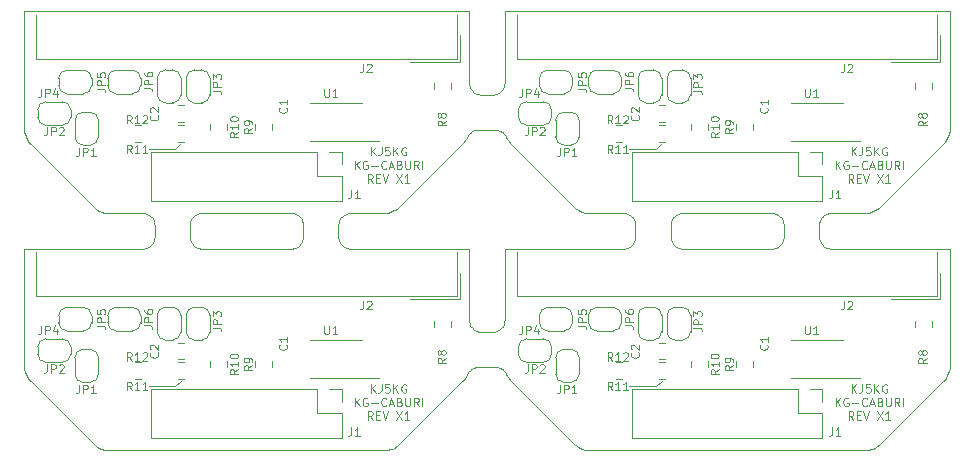
<source format=gbr>
G04 #@! TF.GenerationSoftware,KiCad,Pcbnew,5.1.5+dfsg1-2build2*
G04 #@! TF.CreationDate,2021-02-18T17:25:55-08:00*
G04 #@! TF.ProjectId,panel,70616e65-6c2e-46b6-9963-61645f706362,rev?*
G04 #@! TF.SameCoordinates,Original*
G04 #@! TF.FileFunction,Legend,Top*
G04 #@! TF.FilePolarity,Positive*
%FSLAX46Y46*%
G04 Gerber Fmt 4.6, Leading zero omitted, Abs format (unit mm)*
G04 Created by KiCad (PCBNEW 5.1.5+dfsg1-2build2) date 2021-02-18 17:25:55*
%MOMM*%
%LPD*%
G04 APERTURE LIST*
G04 #@! TA.AperFunction,Profile*
%ADD10C,0.100000*%
G04 #@! TD*
%ADD11C,0.100000*%
%ADD12C,0.120000*%
G04 APERTURE END LIST*
D10*
X72644400Y-70082900D02*
X65059100Y-70082900D01*
X72741700Y-70078100D02*
X72644400Y-70082900D01*
X72837800Y-70063900D02*
X72741700Y-70078100D01*
X72932100Y-70040300D02*
X72837800Y-70063900D01*
X73023500Y-70007500D02*
X72932100Y-70040300D01*
X73111400Y-69966000D02*
X73023500Y-70007500D01*
X73194700Y-69916000D02*
X73111400Y-69966000D01*
X73272700Y-69858200D02*
X73194700Y-69916000D01*
X73344700Y-69792900D02*
X73272700Y-69858200D01*
X73410000Y-69720900D02*
X73344700Y-69792900D01*
X73467800Y-69642900D02*
X73410000Y-69720900D01*
X73517800Y-69559600D02*
X73467800Y-69642900D01*
X73559300Y-69471800D02*
X73517800Y-69559600D01*
X73592000Y-69380300D02*
X73559300Y-69471800D01*
X73615600Y-69286000D02*
X73592000Y-69380300D01*
X73629900Y-69189900D02*
X73615600Y-69286000D01*
X73634700Y-69092700D02*
X73629900Y-69189900D01*
X73634700Y-68074000D02*
X73634700Y-69092700D01*
X73629900Y-67976700D02*
X73634700Y-68074000D01*
X73615600Y-67880600D02*
X73629900Y-67976700D01*
X73592000Y-67786400D02*
X73615600Y-67880600D01*
X73559300Y-67694900D02*
X73592000Y-67786400D01*
X73517800Y-67607100D02*
X73559300Y-67694900D01*
X73467900Y-67523800D02*
X73517800Y-67607100D01*
X73410000Y-67445700D02*
X73467900Y-67523800D01*
X73344800Y-67373700D02*
X73410000Y-67445700D01*
X73272800Y-67308500D02*
X73344800Y-67373700D01*
X73194800Y-67250600D02*
X73272800Y-67308500D01*
X73111400Y-67200700D02*
X73194800Y-67250600D01*
X73023600Y-67159100D02*
X73111400Y-67200700D01*
X72932200Y-67126400D02*
X73023600Y-67159100D01*
X72837900Y-67102800D02*
X72932200Y-67126400D01*
X72741900Y-67088500D02*
X72837900Y-67102800D01*
X72644600Y-67083700D02*
X72741900Y-67088500D01*
X65059200Y-67082600D02*
X72644600Y-67083700D01*
X64961900Y-67087300D02*
X65059200Y-67082600D01*
X64865800Y-67101600D02*
X64961900Y-67087300D01*
X64771600Y-67125200D02*
X64865800Y-67101600D01*
X64680100Y-67157900D02*
X64771600Y-67125200D01*
X64592300Y-67199400D02*
X64680100Y-67157900D01*
X64508900Y-67249400D02*
X64592300Y-67199400D01*
X64430900Y-67307200D02*
X64508900Y-67249400D01*
X64358900Y-67372500D02*
X64430900Y-67307200D01*
X64293600Y-67444500D02*
X64358900Y-67372500D01*
X64235700Y-67522500D02*
X64293600Y-67444500D01*
X64185800Y-67605800D02*
X64235700Y-67522500D01*
X64144200Y-67693700D02*
X64185800Y-67605800D01*
X64111500Y-67785200D02*
X64144200Y-67693700D01*
X64087900Y-67879400D02*
X64111500Y-67785200D01*
X64073600Y-67975500D02*
X64087900Y-67879400D01*
X64068800Y-68072800D02*
X64073600Y-67975500D01*
X64068800Y-69092700D02*
X64068800Y-68072800D01*
X64073600Y-69189900D02*
X64068800Y-69092700D01*
X64087900Y-69286000D02*
X64073600Y-69189900D01*
X64111500Y-69380300D02*
X64087900Y-69286000D01*
X64144200Y-69471800D02*
X64111500Y-69380300D01*
X64185700Y-69559600D02*
X64144200Y-69471800D01*
X64235700Y-69642900D02*
X64185700Y-69559600D01*
X64293600Y-69720900D02*
X64235700Y-69642900D01*
X64358800Y-69792900D02*
X64293600Y-69720900D01*
X64430800Y-69858200D02*
X64358800Y-69792900D01*
X64508800Y-69916000D02*
X64430800Y-69858200D01*
X64592200Y-69966000D02*
X64508800Y-69916000D01*
X64680000Y-70007500D02*
X64592200Y-69966000D01*
X64771500Y-70040300D02*
X64680000Y-70007500D01*
X64865700Y-70063900D02*
X64771500Y-70040300D01*
X64961800Y-70078100D02*
X64865700Y-70063900D01*
X65059100Y-70082900D02*
X64961800Y-70078100D01*
X87488100Y-60734200D02*
X87533600Y-60632300D01*
X87381200Y-60919400D02*
X87488100Y-60734200D01*
X87255200Y-61092200D02*
X87381200Y-60919400D01*
X87107900Y-61254900D02*
X87255200Y-61092200D01*
X81868200Y-66494500D02*
X87107900Y-61254900D01*
X81718300Y-66630300D02*
X81868200Y-66494500D01*
X81560100Y-66747600D02*
X81718300Y-66630300D01*
X81402700Y-66842300D02*
X81560100Y-66747600D01*
X81380900Y-66853900D02*
X81402700Y-66842300D01*
X81214600Y-66932300D02*
X81380900Y-66853900D01*
X81041200Y-66994600D02*
X81214600Y-66932300D01*
X81017600Y-67001800D02*
X81041200Y-66994600D01*
X80839200Y-67046200D02*
X81017600Y-67001800D01*
X80645000Y-67075000D02*
X80839200Y-67046200D01*
X80442500Y-67084900D02*
X80645000Y-67075000D01*
X77627100Y-67084500D02*
X80442500Y-67084900D01*
X77529800Y-67089200D02*
X77627100Y-67084500D01*
X77433700Y-67103500D02*
X77529800Y-67089200D01*
X77339400Y-67127100D02*
X77433700Y-67103500D01*
X77247900Y-67159800D02*
X77339400Y-67127100D01*
X77160100Y-67201300D02*
X77247900Y-67159800D01*
X77076800Y-67251300D02*
X77160100Y-67201300D01*
X76998700Y-67309100D02*
X77076800Y-67251300D01*
X76926700Y-67374400D02*
X76998700Y-67309100D01*
X76861500Y-67446400D02*
X76926700Y-67374400D01*
X76803600Y-67524400D02*
X76861500Y-67446400D01*
X76753600Y-67607800D02*
X76803600Y-67524400D01*
X76712100Y-67695600D02*
X76753600Y-67607800D01*
X76679300Y-67787100D02*
X76712100Y-67695600D01*
X76655700Y-67881300D02*
X76679300Y-67787100D01*
X76641500Y-67977400D02*
X76655700Y-67881300D01*
X76636700Y-68074700D02*
X76641500Y-67977400D01*
X76636700Y-69092700D02*
X76636700Y-68074700D01*
X76641500Y-69189900D02*
X76636700Y-69092700D01*
X76655700Y-69286000D02*
X76641500Y-69189900D01*
X76679300Y-69380300D02*
X76655700Y-69286000D01*
X76712100Y-69471800D02*
X76679300Y-69380300D01*
X76753600Y-69559600D02*
X76712100Y-69471800D01*
X76803500Y-69642900D02*
X76753600Y-69559600D01*
X76861400Y-69720900D02*
X76803500Y-69642900D01*
X76926700Y-69792900D02*
X76861400Y-69720900D01*
X76998600Y-69858200D02*
X76926700Y-69792900D01*
X77076700Y-69916000D02*
X76998600Y-69858200D01*
X77160000Y-69966000D02*
X77076700Y-69916000D01*
X77247800Y-70007500D02*
X77160000Y-69966000D01*
X77339300Y-70040300D02*
X77247800Y-70007500D01*
X77433500Y-70063900D02*
X77339300Y-70040300D01*
X77529600Y-70078100D02*
X77433500Y-70063900D01*
X77626900Y-70082900D02*
X77529600Y-70078100D01*
X87686000Y-70082900D02*
X77626900Y-70082900D01*
X87694000Y-70084400D02*
X87686000Y-70082900D01*
X87698500Y-70089400D02*
X87694000Y-70084400D01*
X87699600Y-70096500D02*
X87698500Y-70089400D01*
X87702600Y-76135100D02*
X87699600Y-70096500D01*
X87707400Y-76232400D02*
X87702600Y-76135100D01*
X87721700Y-76328400D02*
X87707400Y-76232400D01*
X87745400Y-76422600D02*
X87721700Y-76328400D01*
X87778100Y-76514100D02*
X87745400Y-76422600D01*
X87819700Y-76601800D02*
X87778100Y-76514100D01*
X87869600Y-76685100D02*
X87819700Y-76601800D01*
X87927500Y-76763100D02*
X87869600Y-76685100D01*
X87992700Y-76835100D02*
X87927500Y-76763100D01*
X88064700Y-76900300D02*
X87992700Y-76835100D01*
X88142700Y-76958100D02*
X88064700Y-76900300D01*
X88226100Y-77008000D02*
X88142700Y-76958100D01*
X88313900Y-77049500D02*
X88226100Y-77008000D01*
X88405300Y-77082300D02*
X88313900Y-77049500D01*
X88499500Y-77105800D02*
X88405300Y-77082300D01*
X88595600Y-77120100D02*
X88499500Y-77105800D01*
X88692800Y-77124900D02*
X88595600Y-77120100D01*
X89712800Y-77124900D02*
X88692800Y-77124900D01*
X89810100Y-77120100D02*
X89712800Y-77124900D01*
X89906200Y-77105800D02*
X89810100Y-77120100D01*
X90000400Y-77082200D02*
X89906200Y-77105800D01*
X90091900Y-77049500D02*
X90000400Y-77082200D01*
X90179700Y-77008000D02*
X90091900Y-77049500D01*
X90263000Y-76958000D02*
X90179700Y-77008000D01*
X90341100Y-76900200D02*
X90263000Y-76958000D01*
X90413100Y-76834900D02*
X90341100Y-76900200D01*
X90478300Y-76763000D02*
X90413100Y-76834900D01*
X90536200Y-76685000D02*
X90478300Y-76763000D01*
X90586100Y-76601600D02*
X90536200Y-76685000D01*
X90627700Y-76513800D02*
X90586100Y-76601600D01*
X90660400Y-76422400D02*
X90627700Y-76513800D01*
X90684000Y-76328100D02*
X90660400Y-76422400D01*
X90698300Y-76232000D02*
X90684000Y-76328100D01*
X90703100Y-76134800D02*
X90698300Y-76232000D01*
X90704000Y-70096500D02*
X90703100Y-76134800D01*
X90705100Y-70089400D02*
X90704000Y-70096500D01*
X90708800Y-70084900D02*
X90705100Y-70089400D01*
X90717600Y-70082900D02*
X90708800Y-70084900D01*
X100780100Y-70082900D02*
X90717600Y-70082900D01*
X100877400Y-70078100D02*
X100780100Y-70082900D01*
X100973500Y-70063900D02*
X100877400Y-70078100D01*
X101067700Y-70040300D02*
X100973500Y-70063900D01*
X101159200Y-70007500D02*
X101067700Y-70040300D01*
X101247000Y-69966000D02*
X101159200Y-70007500D01*
X101330400Y-69916000D02*
X101247000Y-69966000D01*
X101408400Y-69858200D02*
X101330400Y-69916000D01*
X101480400Y-69792900D02*
X101408400Y-69858200D01*
X101545600Y-69720900D02*
X101480400Y-69792900D01*
X101603500Y-69642900D02*
X101545600Y-69720900D01*
X101653500Y-69559600D02*
X101603500Y-69642900D01*
X101695000Y-69471800D02*
X101653500Y-69559600D01*
X101727700Y-69380300D02*
X101695000Y-69471800D01*
X101751300Y-69286000D02*
X101727700Y-69380300D01*
X101765600Y-69189900D02*
X101751300Y-69286000D01*
X101770400Y-69092700D02*
X101765600Y-69189900D01*
X101770400Y-68072100D02*
X101770400Y-69092700D01*
X101765600Y-67974800D02*
X101770400Y-68072100D01*
X101751300Y-67878700D02*
X101765600Y-67974800D01*
X101727700Y-67784500D02*
X101751300Y-67878700D01*
X101695000Y-67693000D02*
X101727700Y-67784500D01*
X101653500Y-67605200D02*
X101695000Y-67693000D01*
X101603500Y-67521900D02*
X101653500Y-67605200D01*
X101545700Y-67443800D02*
X101603500Y-67521900D01*
X101480400Y-67371800D02*
X101545700Y-67443800D01*
X101408500Y-67306600D02*
X101480400Y-67371800D01*
X101330400Y-67248700D02*
X101408500Y-67306600D01*
X101247100Y-67198800D02*
X101330400Y-67248700D01*
X101159300Y-67157200D02*
X101247100Y-67198800D01*
X101067900Y-67124500D02*
X101159300Y-67157200D01*
X100973600Y-67100900D02*
X101067900Y-67124500D01*
X100877500Y-67086600D02*
X100973600Y-67100900D01*
X100780300Y-67081800D02*
X100877500Y-67086600D01*
X97956900Y-67081400D02*
X100780300Y-67081800D01*
X97725700Y-67068300D02*
X97956900Y-67081400D01*
X97504700Y-67030700D02*
X97725700Y-67068300D01*
X97289200Y-66968600D02*
X97504700Y-67030700D01*
X97082000Y-66882800D02*
X97289200Y-66968600D01*
X96885800Y-66774300D02*
X97082000Y-66882800D01*
X96702900Y-66644500D02*
X96885800Y-66774300D01*
X96530600Y-66490600D02*
X96702900Y-66644500D01*
X91289100Y-61251500D02*
X96530600Y-66490600D01*
X91157000Y-61105500D02*
X91289100Y-61251500D01*
X91040000Y-60947700D02*
X91157000Y-61105500D01*
X90939300Y-60779700D02*
X91040000Y-60947700D01*
X90858600Y-60609800D02*
X90939300Y-60779700D01*
X90810400Y-60520200D02*
X90858600Y-60609800D01*
X90753400Y-60436100D02*
X90810400Y-60520200D01*
X90688100Y-60358300D02*
X90753400Y-60436100D01*
X90615100Y-60287600D02*
X90688100Y-60358300D01*
X90535400Y-60224800D02*
X90615100Y-60287600D01*
X90449500Y-60170500D02*
X90535400Y-60224800D01*
X90358600Y-60125200D02*
X90449500Y-60170500D01*
X90263600Y-60089500D02*
X90358600Y-60125200D01*
X90165300Y-60063800D02*
X90263600Y-60089500D01*
X90065000Y-60048200D02*
X90165300Y-60063800D01*
X89963300Y-60043000D02*
X90065000Y-60048200D01*
X88439200Y-60043000D02*
X89963300Y-60043000D01*
X88343900Y-60047500D02*
X88439200Y-60043000D01*
X88249700Y-60061200D02*
X88343900Y-60047500D01*
X88157300Y-60083900D02*
X88249700Y-60061200D01*
X88067400Y-60115300D02*
X88157300Y-60083900D01*
X87981000Y-60155200D02*
X88067400Y-60115300D01*
X87898900Y-60203200D02*
X87981000Y-60155200D01*
X87821700Y-60258900D02*
X87898900Y-60203200D01*
X87750200Y-60321800D02*
X87821700Y-60258900D01*
X87685100Y-60391200D02*
X87750200Y-60321800D01*
X87627000Y-60466500D02*
X87685100Y-60391200D01*
X87576400Y-60547100D02*
X87627000Y-60466500D01*
X87533600Y-60632300D02*
X87576400Y-60547100D01*
X113348000Y-70082900D02*
X105762600Y-70082900D01*
X113445200Y-70078100D02*
X113348000Y-70082900D01*
X113541300Y-70063900D02*
X113445200Y-70078100D01*
X113635600Y-70040300D02*
X113541300Y-70063900D01*
X113727100Y-70007500D02*
X113635600Y-70040300D01*
X113814900Y-69966000D02*
X113727100Y-70007500D01*
X113898200Y-69916000D02*
X113814900Y-69966000D01*
X113976200Y-69858200D02*
X113898200Y-69916000D01*
X114048200Y-69792900D02*
X113976200Y-69858200D01*
X114113500Y-69720900D02*
X114048200Y-69792900D01*
X114171300Y-69642900D02*
X114113500Y-69720900D01*
X114221300Y-69559600D02*
X114171300Y-69642900D01*
X114262800Y-69471800D02*
X114221300Y-69559600D01*
X114295600Y-69380300D02*
X114262800Y-69471800D01*
X114319200Y-69286000D02*
X114295600Y-69380300D01*
X114333400Y-69189900D02*
X114319200Y-69286000D01*
X114338200Y-69092700D02*
X114333400Y-69189900D01*
X114338200Y-68074000D02*
X114338200Y-69092700D01*
X114333400Y-67976700D02*
X114338200Y-68074000D01*
X114319200Y-67880600D02*
X114333400Y-67976700D01*
X114295600Y-67786400D02*
X114319200Y-67880600D01*
X114262800Y-67694900D02*
X114295600Y-67786400D01*
X114221300Y-67607100D02*
X114262800Y-67694900D01*
X114171400Y-67523800D02*
X114221300Y-67607100D01*
X114113500Y-67445700D02*
X114171400Y-67523800D01*
X114048300Y-67373700D02*
X114113500Y-67445700D01*
X113976300Y-67308500D02*
X114048300Y-67373700D01*
X113898300Y-67250600D02*
X113976300Y-67308500D01*
X113815000Y-67200700D02*
X113898300Y-67250600D01*
X113727200Y-67159100D02*
X113815000Y-67200700D01*
X113635700Y-67126400D02*
X113727200Y-67159100D01*
X113541500Y-67102800D02*
X113635700Y-67126400D01*
X113445400Y-67088500D02*
X113541500Y-67102800D01*
X113348100Y-67083700D02*
X113445400Y-67088500D01*
X105762800Y-67082600D02*
X113348100Y-67083700D01*
X105665500Y-67087300D02*
X105762800Y-67082600D01*
X105569400Y-67101600D02*
X105665500Y-67087300D01*
X105475100Y-67125200D02*
X105569400Y-67101600D01*
X105383600Y-67157900D02*
X105475100Y-67125200D01*
X105295800Y-67199400D02*
X105383600Y-67157900D01*
X105212400Y-67249400D02*
X105295800Y-67199400D01*
X105134400Y-67307200D02*
X105212400Y-67249400D01*
X105062400Y-67372500D02*
X105134400Y-67307200D01*
X104997100Y-67444500D02*
X105062400Y-67372500D01*
X104939200Y-67522500D02*
X104997100Y-67444500D01*
X104889300Y-67605800D02*
X104939200Y-67522500D01*
X104847700Y-67693700D02*
X104889300Y-67605800D01*
X104815000Y-67785200D02*
X104847700Y-67693700D01*
X104791400Y-67879400D02*
X104815000Y-67785200D01*
X104777100Y-67975500D02*
X104791400Y-67879400D01*
X104772400Y-68072800D02*
X104777100Y-67975500D01*
X104772400Y-69092700D02*
X104772400Y-68072800D01*
X104777100Y-69189900D02*
X104772400Y-69092700D01*
X104791400Y-69286000D02*
X104777100Y-69189900D01*
X104815000Y-69380300D02*
X104791400Y-69286000D01*
X104847700Y-69471800D02*
X104815000Y-69380300D01*
X104889300Y-69559600D02*
X104847700Y-69471800D01*
X104939200Y-69642900D02*
X104889300Y-69559600D01*
X104997100Y-69720900D02*
X104939200Y-69642900D01*
X105062300Y-69792900D02*
X104997100Y-69720900D01*
X105134300Y-69858200D02*
X105062300Y-69792900D01*
X105212400Y-69916000D02*
X105134300Y-69858200D01*
X105295700Y-69966000D02*
X105212400Y-69916000D01*
X105383500Y-70007500D02*
X105295700Y-69966000D01*
X105475000Y-70040300D02*
X105383500Y-70007500D01*
X105569200Y-70063900D02*
X105475000Y-70040300D01*
X105665300Y-70078100D02*
X105569200Y-70063900D01*
X105762600Y-70082900D02*
X105665300Y-70078100D01*
X50001300Y-50006400D02*
X50000500Y-50011600D01*
X50003800Y-50002300D02*
X50001300Y-50006400D01*
X50007900Y-49999800D02*
X50003800Y-50002300D01*
X50014100Y-49999000D02*
X50007900Y-49999800D01*
X87691200Y-49999500D02*
X50014100Y-49999000D01*
X87697600Y-50003800D02*
X87691200Y-49999500D01*
X87699600Y-50012600D02*
X87697600Y-50003800D01*
X87702600Y-56051200D02*
X87699600Y-50012600D01*
X87707400Y-56148400D02*
X87702600Y-56051200D01*
X87721700Y-56244500D02*
X87707400Y-56148400D01*
X87745400Y-56338700D02*
X87721700Y-56244500D01*
X87778100Y-56430100D02*
X87745400Y-56338700D01*
X87819700Y-56517900D02*
X87778100Y-56430100D01*
X87869600Y-56601200D02*
X87819700Y-56517900D01*
X87927500Y-56679200D02*
X87869600Y-56601200D01*
X87992700Y-56751200D02*
X87927500Y-56679200D01*
X88064700Y-56816400D02*
X87992700Y-56751200D01*
X88142700Y-56874200D02*
X88064700Y-56816400D01*
X88226100Y-56924100D02*
X88142700Y-56874200D01*
X88313900Y-56965600D02*
X88226100Y-56924100D01*
X88405300Y-56998300D02*
X88313900Y-56965600D01*
X88499500Y-57021900D02*
X88405300Y-56998300D01*
X88595600Y-57036200D02*
X88499500Y-57021900D01*
X88692800Y-57041000D02*
X88595600Y-57036200D01*
X89712800Y-57041000D02*
X88692800Y-57041000D01*
X89810100Y-57036200D02*
X89712800Y-57041000D01*
X89906200Y-57021900D02*
X89810100Y-57036200D01*
X90000400Y-56998300D02*
X89906200Y-57021900D01*
X90091900Y-56965600D02*
X90000400Y-56998300D01*
X90179700Y-56924100D02*
X90091900Y-56965600D01*
X90263000Y-56874100D02*
X90179700Y-56924100D01*
X90341100Y-56816300D02*
X90263000Y-56874100D01*
X90413100Y-56751000D02*
X90341100Y-56816300D01*
X90478300Y-56679100D02*
X90413100Y-56751000D01*
X90536200Y-56601000D02*
X90478300Y-56679100D01*
X90586100Y-56517700D02*
X90536200Y-56601000D01*
X90627700Y-56429900D02*
X90586100Y-56517700D01*
X90660400Y-56338500D02*
X90627700Y-56429900D01*
X90684000Y-56244200D02*
X90660400Y-56338500D01*
X90698300Y-56148100D02*
X90684000Y-56244200D01*
X90703100Y-56050900D02*
X90698300Y-56148100D01*
X90704000Y-50012600D02*
X90703100Y-56050900D01*
X90706000Y-50003800D02*
X90704000Y-50012600D01*
X90712400Y-49999500D02*
X90706000Y-50003800D01*
X128389500Y-49999000D02*
X90712400Y-49999500D01*
X128396600Y-50000100D02*
X128389500Y-49999000D01*
X128401600Y-50004600D02*
X128396600Y-50000100D01*
X128403100Y-50012600D02*
X128401600Y-50004600D01*
X128407700Y-59912500D02*
X128403100Y-50012600D01*
X128386800Y-60125800D02*
X128407700Y-59912500D01*
X128346700Y-60321800D02*
X128386800Y-60125800D01*
X128339900Y-60347700D02*
X128346700Y-60321800D01*
X128278400Y-60538200D02*
X128339900Y-60347700D01*
X128197500Y-60721900D02*
X128278400Y-60538200D01*
X128185400Y-60745700D02*
X128197500Y-60721900D01*
X128091700Y-60908000D02*
X128185400Y-60745700D01*
X128077300Y-60930100D02*
X128091700Y-60908000D01*
X127959100Y-61091700D02*
X128077300Y-60930100D01*
X127811300Y-61254900D02*
X127959100Y-61091700D01*
X122571700Y-66494500D02*
X127811300Y-61254900D01*
X122421800Y-66630300D02*
X122571700Y-66494500D01*
X122263700Y-66747600D02*
X122421800Y-66630300D01*
X122106200Y-66842300D02*
X122263700Y-66747600D01*
X122084400Y-66853900D02*
X122106200Y-66842300D01*
X121918100Y-66932300D02*
X122084400Y-66853900D01*
X121744700Y-66994600D02*
X121918100Y-66932300D01*
X121721100Y-67001800D02*
X121744700Y-66994600D01*
X121542700Y-67046200D02*
X121721100Y-67001800D01*
X121348000Y-67075000D02*
X121542700Y-67046200D01*
X121146000Y-67084900D02*
X121348000Y-67075000D01*
X118330600Y-67084500D02*
X121146000Y-67084900D01*
X118233300Y-67089200D02*
X118330600Y-67084500D01*
X118137200Y-67103500D02*
X118233300Y-67089200D01*
X118042900Y-67127100D02*
X118137200Y-67103500D01*
X117951500Y-67159800D02*
X118042900Y-67127100D01*
X117863600Y-67201300D02*
X117951500Y-67159800D01*
X117780300Y-67251300D02*
X117863600Y-67201300D01*
X117702200Y-67309100D02*
X117780300Y-67251300D01*
X117630200Y-67374400D02*
X117702200Y-67309100D01*
X117565000Y-67446400D02*
X117630200Y-67374400D01*
X117507100Y-67524400D02*
X117565000Y-67446400D01*
X117457100Y-67607800D02*
X117507100Y-67524400D01*
X117415600Y-67695600D02*
X117457100Y-67607800D01*
X117382800Y-67787100D02*
X117415600Y-67695600D01*
X117359200Y-67881300D02*
X117382800Y-67787100D01*
X117345000Y-67977400D02*
X117359200Y-67881300D01*
X117340200Y-68074700D02*
X117345000Y-67977400D01*
X117340200Y-69092700D02*
X117340200Y-68074700D01*
X117345000Y-69189900D02*
X117340200Y-69092700D01*
X117359200Y-69286000D02*
X117345000Y-69189900D01*
X117382800Y-69380300D02*
X117359200Y-69286000D01*
X117415600Y-69471800D02*
X117382800Y-69380300D01*
X117457100Y-69559600D02*
X117415600Y-69471800D01*
X117507100Y-69642900D02*
X117457100Y-69559600D01*
X117564900Y-69720900D02*
X117507100Y-69642900D01*
X117630200Y-69792900D02*
X117564900Y-69720900D01*
X117702200Y-69858200D02*
X117630200Y-69792900D01*
X117780200Y-69916000D02*
X117702200Y-69858200D01*
X117863500Y-69966000D02*
X117780200Y-69916000D01*
X117951300Y-70007500D02*
X117863500Y-69966000D01*
X118042800Y-70040300D02*
X117951300Y-70007500D01*
X118137100Y-70063900D02*
X118042800Y-70040300D01*
X118233200Y-70078100D02*
X118137100Y-70063900D01*
X118330400Y-70082900D02*
X118233200Y-70078100D01*
X128389500Y-70082900D02*
X118330400Y-70082900D01*
X128396600Y-70084000D02*
X128389500Y-70082900D01*
X128400500Y-70086900D02*
X128396600Y-70084000D01*
X128403100Y-70096500D02*
X128400500Y-70086900D01*
X128408000Y-79984300D02*
X128403100Y-70096500D01*
X128406800Y-80008900D02*
X128408000Y-79984300D01*
X128388500Y-80196100D02*
X128406800Y-80008900D01*
X128384500Y-80222500D02*
X128388500Y-80196100D01*
X128343500Y-80419100D02*
X128384500Y-80222500D01*
X128278200Y-80622600D02*
X128343500Y-80419100D01*
X128191800Y-80817700D02*
X128278200Y-80622600D01*
X128085000Y-81002900D02*
X128191800Y-80817700D01*
X127959100Y-81175700D02*
X128085000Y-81002900D01*
X127815500Y-81334500D02*
X127959100Y-81175700D01*
X122567200Y-86582800D02*
X127815500Y-81334500D01*
X122421400Y-86714600D02*
X122567200Y-86582800D01*
X122264100Y-86831200D02*
X122421400Y-86714600D01*
X122095600Y-86932200D02*
X122264100Y-86831200D01*
X121929200Y-87011300D02*
X122095600Y-86932200D01*
X121906400Y-87020700D02*
X121929200Y-87011300D01*
X121744700Y-87078500D02*
X121906400Y-87020700D01*
X121721100Y-87085700D02*
X121744700Y-87078500D01*
X121542300Y-87130200D02*
X121721100Y-87085700D01*
X121348000Y-87158900D02*
X121542300Y-87130200D01*
X121146000Y-87168800D02*
X121348000Y-87158900D01*
X97956900Y-87165300D02*
X121146000Y-87168800D01*
X97726300Y-87152300D02*
X97956900Y-87165300D01*
X97505200Y-87114800D02*
X97726300Y-87152300D01*
X97289200Y-87052500D02*
X97505200Y-87114800D01*
X97095200Y-86972600D02*
X97289200Y-87052500D01*
X97069800Y-86960400D02*
X97095200Y-86972600D01*
X96886200Y-86858500D02*
X97069800Y-86960400D01*
X96714400Y-86737100D02*
X96886200Y-86858500D01*
X96692400Y-86719600D02*
X96714400Y-86737100D01*
X96535800Y-86579500D02*
X96692400Y-86719600D01*
X91289100Y-81335400D02*
X96535800Y-86579500D01*
X91157000Y-81189400D02*
X91289100Y-81335400D01*
X91040300Y-81032100D02*
X91157000Y-81189400D01*
X90939300Y-80863600D02*
X91040300Y-81032100D01*
X90858600Y-80693800D02*
X90939300Y-80863600D01*
X90810400Y-80604100D02*
X90858600Y-80693800D01*
X90753400Y-80520000D02*
X90810400Y-80604100D01*
X90688100Y-80442200D02*
X90753400Y-80520000D01*
X90615100Y-80371600D02*
X90688100Y-80442200D01*
X90535400Y-80308700D02*
X90615100Y-80371600D01*
X90449500Y-80254400D02*
X90535400Y-80308700D01*
X90358600Y-80209100D02*
X90449500Y-80254400D01*
X90263600Y-80173400D02*
X90358600Y-80209100D01*
X90165300Y-80147700D02*
X90263600Y-80173400D01*
X90065000Y-80132100D02*
X90165300Y-80147700D01*
X89963300Y-80126900D02*
X90065000Y-80132100D01*
X88439200Y-80126900D02*
X89963300Y-80126900D01*
X88343900Y-80131500D02*
X88439200Y-80126900D01*
X88249700Y-80145100D02*
X88343900Y-80131500D01*
X88157300Y-80167800D02*
X88249700Y-80145100D01*
X88067400Y-80199200D02*
X88157300Y-80167800D01*
X87981000Y-80239100D02*
X88067400Y-80199200D01*
X87898900Y-80287100D02*
X87981000Y-80239100D01*
X87821700Y-80342800D02*
X87898900Y-80287100D01*
X87750200Y-80405700D02*
X87821700Y-80342800D01*
X87685100Y-80475100D02*
X87750200Y-80405700D01*
X87627000Y-80550400D02*
X87685100Y-80475100D01*
X87576400Y-80631000D02*
X87627000Y-80550400D01*
X87533600Y-80716300D02*
X87576400Y-80631000D01*
X87488100Y-80818100D02*
X87533600Y-80716300D01*
X87381200Y-81003300D02*
X87488100Y-80818100D01*
X87255600Y-81175700D02*
X87381200Y-81003300D01*
X87112000Y-81334500D02*
X87255600Y-81175700D01*
X81863800Y-86582600D02*
X87112000Y-81334500D01*
X81718300Y-86714300D02*
X81863800Y-86582600D01*
X81570500Y-86824300D02*
X81718300Y-86714300D01*
X81550000Y-86838000D02*
X81570500Y-86824300D01*
X81391700Y-86932400D02*
X81550000Y-86838000D01*
X81214600Y-87016200D02*
X81391700Y-86932400D01*
X81041200Y-87078500D02*
X81214600Y-87016200D01*
X81017600Y-87085700D02*
X81041200Y-87078500D01*
X80839200Y-87130100D02*
X81017600Y-87085700D01*
X80644500Y-87158900D02*
X80839200Y-87130100D01*
X80442500Y-87168800D02*
X80644500Y-87158900D01*
X57253400Y-87165300D02*
X80442500Y-87168800D01*
X57022800Y-87152300D02*
X57253400Y-87165300D01*
X56815300Y-87117500D02*
X57022800Y-87152300D01*
X56787800Y-87111200D02*
X56815300Y-87117500D01*
X56599400Y-87056900D02*
X56787800Y-87111200D01*
X56573100Y-87047700D02*
X56599400Y-87056900D01*
X56378500Y-86966700D02*
X56573100Y-87047700D01*
X56182200Y-86858200D02*
X56378500Y-86966700D01*
X55999400Y-86728400D02*
X56182200Y-86858200D01*
X55827100Y-86574600D02*
X55999400Y-86728400D01*
X50585500Y-81335400D02*
X55827100Y-86574600D01*
X50453500Y-81189400D02*
X50585500Y-81335400D01*
X50336500Y-81031700D02*
X50453500Y-81189400D01*
X50235500Y-80863200D02*
X50336500Y-81031700D01*
X50151500Y-80685600D02*
X50235500Y-80863200D01*
X50085500Y-80501100D02*
X50151500Y-80685600D01*
X50037800Y-80310500D02*
X50085500Y-80501100D01*
X50008900Y-80116200D02*
X50037800Y-80310500D01*
X49999100Y-79919700D02*
X50008900Y-80116200D01*
X50001000Y-70091300D02*
X49999100Y-79919700D01*
X50005300Y-70084900D02*
X50001000Y-70091300D01*
X50014100Y-70082900D02*
X50005300Y-70084900D01*
X60076600Y-70082900D02*
X50014100Y-70082900D01*
X60173900Y-70078100D02*
X60076600Y-70082900D01*
X60270000Y-70063900D02*
X60173900Y-70078100D01*
X60364200Y-70040300D02*
X60270000Y-70063900D01*
X60455700Y-70007500D02*
X60364200Y-70040300D01*
X60543500Y-69966000D02*
X60455700Y-70007500D01*
X60626800Y-69916000D02*
X60543500Y-69966000D01*
X60704900Y-69858200D02*
X60626800Y-69916000D01*
X60776900Y-69792900D02*
X60704900Y-69858200D01*
X60842100Y-69720900D02*
X60776900Y-69792900D01*
X60900000Y-69642900D02*
X60842100Y-69720900D01*
X60949900Y-69559600D02*
X60900000Y-69642900D01*
X60991500Y-69471800D02*
X60949900Y-69559600D01*
X61024200Y-69380300D02*
X60991500Y-69471800D01*
X61047800Y-69286000D02*
X61024200Y-69380300D01*
X61062100Y-69189900D02*
X61047800Y-69286000D01*
X61066800Y-69092700D02*
X61062100Y-69189900D01*
X61066800Y-68072100D02*
X61066800Y-69092700D01*
X61062100Y-67974800D02*
X61066800Y-68072100D01*
X61047800Y-67878700D02*
X61062100Y-67974800D01*
X61024200Y-67784500D02*
X61047800Y-67878700D01*
X60991500Y-67693000D02*
X61024200Y-67784500D01*
X60950000Y-67605200D02*
X60991500Y-67693000D01*
X60900000Y-67521900D02*
X60950000Y-67605200D01*
X60842200Y-67443800D02*
X60900000Y-67521900D01*
X60776900Y-67371800D02*
X60842200Y-67443800D01*
X60704900Y-67306600D02*
X60776900Y-67371800D01*
X60626900Y-67248700D02*
X60704900Y-67306600D01*
X60543600Y-67198800D02*
X60626900Y-67248700D01*
X60455800Y-67157200D02*
X60543600Y-67198800D01*
X60364300Y-67124500D02*
X60455800Y-67157200D01*
X60270100Y-67100900D02*
X60364300Y-67124500D01*
X60174000Y-67086600D02*
X60270100Y-67100900D01*
X60076700Y-67081800D02*
X60174000Y-67086600D01*
X57253400Y-67081400D02*
X60076700Y-67081800D01*
X57036300Y-67069600D02*
X57253400Y-67081400D01*
X57008600Y-67066400D02*
X57036300Y-67069600D01*
X56801700Y-67030900D02*
X57008600Y-67066400D01*
X56586200Y-66968800D02*
X56801700Y-67030900D01*
X56379000Y-66883000D02*
X56586200Y-66968800D01*
X56182200Y-66774300D02*
X56379000Y-66883000D01*
X55999400Y-66644500D02*
X56182200Y-66774300D01*
X55827100Y-66490700D02*
X55999400Y-66644500D01*
X50589800Y-61255800D02*
X55827100Y-66490700D01*
X50453500Y-61105500D02*
X50589800Y-61255800D01*
X50343800Y-60958100D02*
X50453500Y-61105500D01*
X50330200Y-60937800D02*
X50343800Y-60958100D01*
X50235700Y-60779700D02*
X50330200Y-60937800D01*
X50156600Y-60613200D02*
X50235700Y-60779700D01*
X50147200Y-60590400D02*
X50156600Y-60613200D01*
X50085400Y-60416700D02*
X50147200Y-60590400D01*
X50040400Y-60238500D02*
X50085400Y-60416700D01*
X50035600Y-60214300D02*
X50040400Y-60238500D01*
X50008900Y-60031800D02*
X50035600Y-60214300D01*
X49999100Y-59836000D02*
X50008900Y-60031800D01*
X50000500Y-50011600D02*
X49999100Y-59836000D01*
D11*
X120094788Y-82274577D02*
X120094788Y-81574577D01*
X120494788Y-82274577D02*
X120194788Y-81874577D01*
X120494788Y-81574577D02*
X120094788Y-81974577D01*
X120994788Y-81574577D02*
X120994788Y-82074577D01*
X120961455Y-82174577D01*
X120894788Y-82241244D01*
X120794788Y-82274577D01*
X120728122Y-82274577D01*
X121661455Y-81574577D02*
X121328122Y-81574577D01*
X121294788Y-81907911D01*
X121328122Y-81874577D01*
X121394788Y-81841244D01*
X121561455Y-81841244D01*
X121628122Y-81874577D01*
X121661455Y-81907911D01*
X121694788Y-81974577D01*
X121694788Y-82141244D01*
X121661455Y-82207911D01*
X121628122Y-82241244D01*
X121561455Y-82274577D01*
X121394788Y-82274577D01*
X121328122Y-82241244D01*
X121294788Y-82207911D01*
X121994788Y-82274577D02*
X121994788Y-81574577D01*
X122394788Y-82274577D02*
X122094788Y-81874577D01*
X122394788Y-81574577D02*
X121994788Y-81974577D01*
X123061455Y-81607911D02*
X122994788Y-81574577D01*
X122894788Y-81574577D01*
X122794788Y-81607911D01*
X122728122Y-81674577D01*
X122694788Y-81741244D01*
X122661455Y-81874577D01*
X122661455Y-81974577D01*
X122694788Y-82107911D01*
X122728122Y-82174577D01*
X122794788Y-82241244D01*
X122894788Y-82274577D01*
X122961455Y-82274577D01*
X123061455Y-82241244D01*
X123094788Y-82207911D01*
X123094788Y-81974577D01*
X122961455Y-81974577D01*
X118728122Y-83424577D02*
X118728122Y-82724577D01*
X119128122Y-83424577D02*
X118828122Y-83024577D01*
X119128122Y-82724577D02*
X118728122Y-83124577D01*
X119794788Y-82757911D02*
X119728122Y-82724577D01*
X119628122Y-82724577D01*
X119528122Y-82757911D01*
X119461455Y-82824577D01*
X119428122Y-82891244D01*
X119394788Y-83024577D01*
X119394788Y-83124577D01*
X119428122Y-83257911D01*
X119461455Y-83324577D01*
X119528122Y-83391244D01*
X119628122Y-83424577D01*
X119694788Y-83424577D01*
X119794788Y-83391244D01*
X119828122Y-83357911D01*
X119828122Y-83124577D01*
X119694788Y-83124577D01*
X120128122Y-83157911D02*
X120661455Y-83157911D01*
X121394788Y-83357911D02*
X121361455Y-83391244D01*
X121261455Y-83424577D01*
X121194788Y-83424577D01*
X121094788Y-83391244D01*
X121028122Y-83324577D01*
X120994788Y-83257911D01*
X120961455Y-83124577D01*
X120961455Y-83024577D01*
X120994788Y-82891244D01*
X121028122Y-82824577D01*
X121094788Y-82757911D01*
X121194788Y-82724577D01*
X121261455Y-82724577D01*
X121361455Y-82757911D01*
X121394788Y-82791244D01*
X121661455Y-83224577D02*
X121994788Y-83224577D01*
X121594788Y-83424577D02*
X121828122Y-82724577D01*
X122061455Y-83424577D01*
X122528122Y-83057911D02*
X122628122Y-83091244D01*
X122661455Y-83124577D01*
X122694788Y-83191244D01*
X122694788Y-83291244D01*
X122661455Y-83357911D01*
X122628122Y-83391244D01*
X122561455Y-83424577D01*
X122294788Y-83424577D01*
X122294788Y-82724577D01*
X122528122Y-82724577D01*
X122594788Y-82757911D01*
X122628122Y-82791244D01*
X122661455Y-82857911D01*
X122661455Y-82924577D01*
X122628122Y-82991244D01*
X122594788Y-83024577D01*
X122528122Y-83057911D01*
X122294788Y-83057911D01*
X122994788Y-82724577D02*
X122994788Y-83291244D01*
X123028122Y-83357911D01*
X123061455Y-83391244D01*
X123128122Y-83424577D01*
X123261455Y-83424577D01*
X123328122Y-83391244D01*
X123361455Y-83357911D01*
X123394788Y-83291244D01*
X123394788Y-82724577D01*
X124128122Y-83424577D02*
X123894788Y-83091244D01*
X123728122Y-83424577D02*
X123728122Y-82724577D01*
X123994788Y-82724577D01*
X124061455Y-82757911D01*
X124094788Y-82791244D01*
X124128122Y-82857911D01*
X124128122Y-82957911D01*
X124094788Y-83024577D01*
X124061455Y-83057911D01*
X123994788Y-83091244D01*
X123728122Y-83091244D01*
X124428122Y-83424577D02*
X124428122Y-82724577D01*
X120244788Y-84574577D02*
X120011455Y-84241244D01*
X119844788Y-84574577D02*
X119844788Y-83874577D01*
X120111455Y-83874577D01*
X120178122Y-83907911D01*
X120211455Y-83941244D01*
X120244788Y-84007911D01*
X120244788Y-84107911D01*
X120211455Y-84174577D01*
X120178122Y-84207911D01*
X120111455Y-84241244D01*
X119844788Y-84241244D01*
X120544788Y-84207911D02*
X120778122Y-84207911D01*
X120878122Y-84574577D02*
X120544788Y-84574577D01*
X120544788Y-83874577D01*
X120878122Y-83874577D01*
X121078122Y-83874577D02*
X121311455Y-84574577D01*
X121544788Y-83874577D01*
X122244788Y-83874577D02*
X122711455Y-84574577D01*
X122711455Y-83874577D02*
X122244788Y-84574577D01*
X123344788Y-84574577D02*
X122944788Y-84574577D01*
X123144788Y-84574577D02*
X123144788Y-83874577D01*
X123078122Y-83974577D01*
X123011455Y-84041244D01*
X122944788Y-84074577D01*
D12*
X101278122Y-81757911D02*
X103528122Y-81757911D01*
X103528122Y-81757911D02*
X104028122Y-81257911D01*
D11*
X79391267Y-82274577D02*
X79391267Y-81574577D01*
X79791267Y-82274577D02*
X79491267Y-81874577D01*
X79791267Y-81574577D02*
X79391267Y-81974577D01*
X80291267Y-81574577D02*
X80291267Y-82074577D01*
X80257934Y-82174577D01*
X80191267Y-82241244D01*
X80091267Y-82274577D01*
X80024601Y-82274577D01*
X80957934Y-81574577D02*
X80624601Y-81574577D01*
X80591267Y-81907911D01*
X80624601Y-81874577D01*
X80691267Y-81841244D01*
X80857934Y-81841244D01*
X80924601Y-81874577D01*
X80957934Y-81907911D01*
X80991267Y-81974577D01*
X80991267Y-82141244D01*
X80957934Y-82207911D01*
X80924601Y-82241244D01*
X80857934Y-82274577D01*
X80691267Y-82274577D01*
X80624601Y-82241244D01*
X80591267Y-82207911D01*
X81291267Y-82274577D02*
X81291267Y-81574577D01*
X81691267Y-82274577D02*
X81391267Y-81874577D01*
X81691267Y-81574577D02*
X81291267Y-81974577D01*
X82357934Y-81607911D02*
X82291267Y-81574577D01*
X82191267Y-81574577D01*
X82091267Y-81607911D01*
X82024601Y-81674577D01*
X81991267Y-81741244D01*
X81957934Y-81874577D01*
X81957934Y-81974577D01*
X81991267Y-82107911D01*
X82024601Y-82174577D01*
X82091267Y-82241244D01*
X82191267Y-82274577D01*
X82257934Y-82274577D01*
X82357934Y-82241244D01*
X82391267Y-82207911D01*
X82391267Y-81974577D01*
X82257934Y-81974577D01*
X78024601Y-83424577D02*
X78024601Y-82724577D01*
X78424601Y-83424577D02*
X78124601Y-83024577D01*
X78424601Y-82724577D02*
X78024601Y-83124577D01*
X79091267Y-82757911D02*
X79024601Y-82724577D01*
X78924601Y-82724577D01*
X78824601Y-82757911D01*
X78757934Y-82824577D01*
X78724601Y-82891244D01*
X78691267Y-83024577D01*
X78691267Y-83124577D01*
X78724601Y-83257911D01*
X78757934Y-83324577D01*
X78824601Y-83391244D01*
X78924601Y-83424577D01*
X78991267Y-83424577D01*
X79091267Y-83391244D01*
X79124601Y-83357911D01*
X79124601Y-83124577D01*
X78991267Y-83124577D01*
X79424601Y-83157911D02*
X79957934Y-83157911D01*
X80691267Y-83357911D02*
X80657934Y-83391244D01*
X80557934Y-83424577D01*
X80491267Y-83424577D01*
X80391267Y-83391244D01*
X80324601Y-83324577D01*
X80291267Y-83257911D01*
X80257934Y-83124577D01*
X80257934Y-83024577D01*
X80291267Y-82891244D01*
X80324601Y-82824577D01*
X80391267Y-82757911D01*
X80491267Y-82724577D01*
X80557934Y-82724577D01*
X80657934Y-82757911D01*
X80691267Y-82791244D01*
X80957934Y-83224577D02*
X81291267Y-83224577D01*
X80891267Y-83424577D02*
X81124601Y-82724577D01*
X81357934Y-83424577D01*
X81824601Y-83057911D02*
X81924601Y-83091244D01*
X81957934Y-83124577D01*
X81991267Y-83191244D01*
X81991267Y-83291244D01*
X81957934Y-83357911D01*
X81924601Y-83391244D01*
X81857934Y-83424577D01*
X81591267Y-83424577D01*
X81591267Y-82724577D01*
X81824601Y-82724577D01*
X81891267Y-82757911D01*
X81924601Y-82791244D01*
X81957934Y-82857911D01*
X81957934Y-82924577D01*
X81924601Y-82991244D01*
X81891267Y-83024577D01*
X81824601Y-83057911D01*
X81591267Y-83057911D01*
X82291267Y-82724577D02*
X82291267Y-83291244D01*
X82324601Y-83357911D01*
X82357934Y-83391244D01*
X82424601Y-83424577D01*
X82557934Y-83424577D01*
X82624601Y-83391244D01*
X82657934Y-83357911D01*
X82691267Y-83291244D01*
X82691267Y-82724577D01*
X83424601Y-83424577D02*
X83191267Y-83091244D01*
X83024601Y-83424577D02*
X83024601Y-82724577D01*
X83291267Y-82724577D01*
X83357934Y-82757911D01*
X83391267Y-82791244D01*
X83424601Y-82857911D01*
X83424601Y-82957911D01*
X83391267Y-83024577D01*
X83357934Y-83057911D01*
X83291267Y-83091244D01*
X83024601Y-83091244D01*
X83724601Y-83424577D02*
X83724601Y-82724577D01*
X79541267Y-84574577D02*
X79307934Y-84241244D01*
X79141267Y-84574577D02*
X79141267Y-83874577D01*
X79407934Y-83874577D01*
X79474601Y-83907911D01*
X79507934Y-83941244D01*
X79541267Y-84007911D01*
X79541267Y-84107911D01*
X79507934Y-84174577D01*
X79474601Y-84207911D01*
X79407934Y-84241244D01*
X79141267Y-84241244D01*
X79841267Y-84207911D02*
X80074601Y-84207911D01*
X80174601Y-84574577D02*
X79841267Y-84574577D01*
X79841267Y-83874577D01*
X80174601Y-83874577D01*
X80374601Y-83874577D02*
X80607934Y-84574577D01*
X80841267Y-83874577D01*
X81541267Y-83874577D02*
X82007934Y-84574577D01*
X82007934Y-83874577D02*
X81541267Y-84574577D01*
X82641267Y-84574577D02*
X82241267Y-84574577D01*
X82441267Y-84574577D02*
X82441267Y-83874577D01*
X82374601Y-83974577D01*
X82307934Y-84041244D01*
X82241267Y-84074577D01*
D12*
X60574601Y-81757911D02*
X62824601Y-81757911D01*
X62824601Y-81757911D02*
X63324601Y-81257911D01*
D11*
X120094788Y-62190667D02*
X120094788Y-61490667D01*
X120494788Y-62190667D02*
X120194788Y-61790667D01*
X120494788Y-61490667D02*
X120094788Y-61890667D01*
X120994788Y-61490667D02*
X120994788Y-61990667D01*
X120961455Y-62090667D01*
X120894788Y-62157334D01*
X120794788Y-62190667D01*
X120728122Y-62190667D01*
X121661455Y-61490667D02*
X121328122Y-61490667D01*
X121294788Y-61824001D01*
X121328122Y-61790667D01*
X121394788Y-61757334D01*
X121561455Y-61757334D01*
X121628122Y-61790667D01*
X121661455Y-61824001D01*
X121694788Y-61890667D01*
X121694788Y-62057334D01*
X121661455Y-62124001D01*
X121628122Y-62157334D01*
X121561455Y-62190667D01*
X121394788Y-62190667D01*
X121328122Y-62157334D01*
X121294788Y-62124001D01*
X121994788Y-62190667D02*
X121994788Y-61490667D01*
X122394788Y-62190667D02*
X122094788Y-61790667D01*
X122394788Y-61490667D02*
X121994788Y-61890667D01*
X123061455Y-61524001D02*
X122994788Y-61490667D01*
X122894788Y-61490667D01*
X122794788Y-61524001D01*
X122728122Y-61590667D01*
X122694788Y-61657334D01*
X122661455Y-61790667D01*
X122661455Y-61890667D01*
X122694788Y-62024001D01*
X122728122Y-62090667D01*
X122794788Y-62157334D01*
X122894788Y-62190667D01*
X122961455Y-62190667D01*
X123061455Y-62157334D01*
X123094788Y-62124001D01*
X123094788Y-61890667D01*
X122961455Y-61890667D01*
X118728122Y-63340667D02*
X118728122Y-62640667D01*
X119128122Y-63340667D02*
X118828122Y-62940667D01*
X119128122Y-62640667D02*
X118728122Y-63040667D01*
X119794788Y-62674001D02*
X119728122Y-62640667D01*
X119628122Y-62640667D01*
X119528122Y-62674001D01*
X119461455Y-62740667D01*
X119428122Y-62807334D01*
X119394788Y-62940667D01*
X119394788Y-63040667D01*
X119428122Y-63174001D01*
X119461455Y-63240667D01*
X119528122Y-63307334D01*
X119628122Y-63340667D01*
X119694788Y-63340667D01*
X119794788Y-63307334D01*
X119828122Y-63274001D01*
X119828122Y-63040667D01*
X119694788Y-63040667D01*
X120128122Y-63074001D02*
X120661455Y-63074001D01*
X121394788Y-63274001D02*
X121361455Y-63307334D01*
X121261455Y-63340667D01*
X121194788Y-63340667D01*
X121094788Y-63307334D01*
X121028122Y-63240667D01*
X120994788Y-63174001D01*
X120961455Y-63040667D01*
X120961455Y-62940667D01*
X120994788Y-62807334D01*
X121028122Y-62740667D01*
X121094788Y-62674001D01*
X121194788Y-62640667D01*
X121261455Y-62640667D01*
X121361455Y-62674001D01*
X121394788Y-62707334D01*
X121661455Y-63140667D02*
X121994788Y-63140667D01*
X121594788Y-63340667D02*
X121828122Y-62640667D01*
X122061455Y-63340667D01*
X122528122Y-62974001D02*
X122628122Y-63007334D01*
X122661455Y-63040667D01*
X122694788Y-63107334D01*
X122694788Y-63207334D01*
X122661455Y-63274001D01*
X122628122Y-63307334D01*
X122561455Y-63340667D01*
X122294788Y-63340667D01*
X122294788Y-62640667D01*
X122528122Y-62640667D01*
X122594788Y-62674001D01*
X122628122Y-62707334D01*
X122661455Y-62774001D01*
X122661455Y-62840667D01*
X122628122Y-62907334D01*
X122594788Y-62940667D01*
X122528122Y-62974001D01*
X122294788Y-62974001D01*
X122994788Y-62640667D02*
X122994788Y-63207334D01*
X123028122Y-63274001D01*
X123061455Y-63307334D01*
X123128122Y-63340667D01*
X123261455Y-63340667D01*
X123328122Y-63307334D01*
X123361455Y-63274001D01*
X123394788Y-63207334D01*
X123394788Y-62640667D01*
X124128122Y-63340667D02*
X123894788Y-63007334D01*
X123728122Y-63340667D02*
X123728122Y-62640667D01*
X123994788Y-62640667D01*
X124061455Y-62674001D01*
X124094788Y-62707334D01*
X124128122Y-62774001D01*
X124128122Y-62874001D01*
X124094788Y-62940667D01*
X124061455Y-62974001D01*
X123994788Y-63007334D01*
X123728122Y-63007334D01*
X124428122Y-63340667D02*
X124428122Y-62640667D01*
X120244788Y-64490667D02*
X120011455Y-64157334D01*
X119844788Y-64490667D02*
X119844788Y-63790667D01*
X120111455Y-63790667D01*
X120178122Y-63824001D01*
X120211455Y-63857334D01*
X120244788Y-63924001D01*
X120244788Y-64024001D01*
X120211455Y-64090667D01*
X120178122Y-64124001D01*
X120111455Y-64157334D01*
X119844788Y-64157334D01*
X120544788Y-64124001D02*
X120778122Y-64124001D01*
X120878122Y-64490667D02*
X120544788Y-64490667D01*
X120544788Y-63790667D01*
X120878122Y-63790667D01*
X121078122Y-63790667D02*
X121311455Y-64490667D01*
X121544788Y-63790667D01*
X122244788Y-63790667D02*
X122711455Y-64490667D01*
X122711455Y-63790667D02*
X122244788Y-64490667D01*
X123344788Y-64490667D02*
X122944788Y-64490667D01*
X123144788Y-64490667D02*
X123144788Y-63790667D01*
X123078122Y-63890667D01*
X123011455Y-63957334D01*
X122944788Y-63990667D01*
D12*
X101278122Y-61674001D02*
X103528122Y-61674001D01*
X103528122Y-61674001D02*
X104028122Y-61174001D01*
D11*
X79391267Y-62190667D02*
X79391267Y-61490667D01*
X79791267Y-62190667D02*
X79491267Y-61790667D01*
X79791267Y-61490667D02*
X79391267Y-61890667D01*
X80291267Y-61490667D02*
X80291267Y-61990667D01*
X80257934Y-62090667D01*
X80191267Y-62157334D01*
X80091267Y-62190667D01*
X80024601Y-62190667D01*
X80957934Y-61490667D02*
X80624601Y-61490667D01*
X80591267Y-61824001D01*
X80624601Y-61790667D01*
X80691267Y-61757334D01*
X80857934Y-61757334D01*
X80924601Y-61790667D01*
X80957934Y-61824001D01*
X80991267Y-61890667D01*
X80991267Y-62057334D01*
X80957934Y-62124001D01*
X80924601Y-62157334D01*
X80857934Y-62190667D01*
X80691267Y-62190667D01*
X80624601Y-62157334D01*
X80591267Y-62124001D01*
X81291267Y-62190667D02*
X81291267Y-61490667D01*
X81691267Y-62190667D02*
X81391267Y-61790667D01*
X81691267Y-61490667D02*
X81291267Y-61890667D01*
X82357934Y-61524001D02*
X82291267Y-61490667D01*
X82191267Y-61490667D01*
X82091267Y-61524001D01*
X82024601Y-61590667D01*
X81991267Y-61657334D01*
X81957934Y-61790667D01*
X81957934Y-61890667D01*
X81991267Y-62024001D01*
X82024601Y-62090667D01*
X82091267Y-62157334D01*
X82191267Y-62190667D01*
X82257934Y-62190667D01*
X82357934Y-62157334D01*
X82391267Y-62124001D01*
X82391267Y-61890667D01*
X82257934Y-61890667D01*
X78024601Y-63340667D02*
X78024601Y-62640667D01*
X78424601Y-63340667D02*
X78124601Y-62940667D01*
X78424601Y-62640667D02*
X78024601Y-63040667D01*
X79091267Y-62674001D02*
X79024601Y-62640667D01*
X78924601Y-62640667D01*
X78824601Y-62674001D01*
X78757934Y-62740667D01*
X78724601Y-62807334D01*
X78691267Y-62940667D01*
X78691267Y-63040667D01*
X78724601Y-63174001D01*
X78757934Y-63240667D01*
X78824601Y-63307334D01*
X78924601Y-63340667D01*
X78991267Y-63340667D01*
X79091267Y-63307334D01*
X79124601Y-63274001D01*
X79124601Y-63040667D01*
X78991267Y-63040667D01*
X79424601Y-63074001D02*
X79957934Y-63074001D01*
X80691267Y-63274001D02*
X80657934Y-63307334D01*
X80557934Y-63340667D01*
X80491267Y-63340667D01*
X80391267Y-63307334D01*
X80324601Y-63240667D01*
X80291267Y-63174001D01*
X80257934Y-63040667D01*
X80257934Y-62940667D01*
X80291267Y-62807334D01*
X80324601Y-62740667D01*
X80391267Y-62674001D01*
X80491267Y-62640667D01*
X80557934Y-62640667D01*
X80657934Y-62674001D01*
X80691267Y-62707334D01*
X80957934Y-63140667D02*
X81291267Y-63140667D01*
X80891267Y-63340667D02*
X81124601Y-62640667D01*
X81357934Y-63340667D01*
X81824601Y-62974001D02*
X81924601Y-63007334D01*
X81957934Y-63040667D01*
X81991267Y-63107334D01*
X81991267Y-63207334D01*
X81957934Y-63274001D01*
X81924601Y-63307334D01*
X81857934Y-63340667D01*
X81591267Y-63340667D01*
X81591267Y-62640667D01*
X81824601Y-62640667D01*
X81891267Y-62674001D01*
X81924601Y-62707334D01*
X81957934Y-62774001D01*
X81957934Y-62840667D01*
X81924601Y-62907334D01*
X81891267Y-62940667D01*
X81824601Y-62974001D01*
X81591267Y-62974001D01*
X82291267Y-62640667D02*
X82291267Y-63207334D01*
X82324601Y-63274001D01*
X82357934Y-63307334D01*
X82424601Y-63340667D01*
X82557934Y-63340667D01*
X82624601Y-63307334D01*
X82657934Y-63274001D01*
X82691267Y-63207334D01*
X82691267Y-62640667D01*
X83424601Y-63340667D02*
X83191267Y-63007334D01*
X83024601Y-63340667D02*
X83024601Y-62640667D01*
X83291267Y-62640667D01*
X83357934Y-62674001D01*
X83391267Y-62707334D01*
X83424601Y-62774001D01*
X83424601Y-62874001D01*
X83391267Y-62940667D01*
X83357934Y-62974001D01*
X83291267Y-63007334D01*
X83024601Y-63007334D01*
X83724601Y-63340667D02*
X83724601Y-62640667D01*
X79541267Y-64490667D02*
X79307934Y-64157334D01*
X79141267Y-64490667D02*
X79141267Y-63790667D01*
X79407934Y-63790667D01*
X79474601Y-63824001D01*
X79507934Y-63857334D01*
X79541267Y-63924001D01*
X79541267Y-64024001D01*
X79507934Y-64090667D01*
X79474601Y-64124001D01*
X79407934Y-64157334D01*
X79141267Y-64157334D01*
X79841267Y-64124001D02*
X80074601Y-64124001D01*
X80174601Y-64490667D02*
X79841267Y-64490667D01*
X79841267Y-63790667D01*
X80174601Y-63790667D01*
X80374601Y-63790667D02*
X80607934Y-64490667D01*
X80841267Y-63790667D01*
X81541267Y-63790667D02*
X82007934Y-64490667D01*
X82007934Y-63790667D02*
X81541267Y-64490667D01*
X82641267Y-64490667D02*
X82241267Y-64490667D01*
X82441267Y-64490667D02*
X82441267Y-63790667D01*
X82374601Y-63890667D01*
X82307934Y-63957334D01*
X82241267Y-63990667D01*
D12*
X60574601Y-61674001D02*
X62824601Y-61674001D01*
X62824601Y-61674001D02*
X63324601Y-61174001D01*
G04 #@! TO.C,JP1*
X95028122Y-79307911D02*
G75*
G02X95728122Y-78607911I700000J0D01*
G01*
X96328122Y-78607911D02*
G75*
G02X97028122Y-79307911I0J-700000D01*
G01*
X97028122Y-80707911D02*
G75*
G02X96328122Y-81407911I-700000J0D01*
G01*
X95728122Y-81407911D02*
G75*
G02X95028122Y-80707911I0J700000D01*
G01*
X96328122Y-81407911D02*
X95728122Y-81407911D01*
X97028122Y-79307911D02*
X97028122Y-80707911D01*
X95728122Y-78607911D02*
X96328122Y-78607911D01*
X95028122Y-80707911D02*
X95028122Y-79307911D01*
G04 #@! TO.C,JP2*
X92578122Y-79719911D02*
G75*
G02X91878122Y-79019911I0J700000D01*
G01*
X91878122Y-78419911D02*
G75*
G02X92578122Y-77719911I700000J0D01*
G01*
X93978122Y-77719911D02*
G75*
G02X94678122Y-78419911I0J-700000D01*
G01*
X94678122Y-79019911D02*
G75*
G02X93978122Y-79719911I-700000J0D01*
G01*
X94678122Y-78419911D02*
X94678122Y-79019911D01*
X92578122Y-77719911D02*
X93978122Y-77719911D01*
X91878122Y-79019911D02*
X91878122Y-78419911D01*
X93978122Y-79719911D02*
X92578122Y-79719911D01*
G04 #@! TO.C,JP3*
X104451122Y-75733911D02*
G75*
G02X105151122Y-75033911I700000J0D01*
G01*
X105751122Y-75033911D02*
G75*
G02X106451122Y-75733911I0J-700000D01*
G01*
X106451122Y-77133911D02*
G75*
G02X105751122Y-77833911I-700000J0D01*
G01*
X105151122Y-77833911D02*
G75*
G02X104451122Y-77133911I0J700000D01*
G01*
X105751122Y-77833911D02*
X105151122Y-77833911D01*
X106451122Y-75733911D02*
X106451122Y-77133911D01*
X105151122Y-75033911D02*
X105751122Y-75033911D01*
X104451122Y-77133911D02*
X104451122Y-75733911D01*
G04 #@! TO.C,JP4*
X95751022Y-75052911D02*
G75*
G02X96451022Y-75752911I0J-700000D01*
G01*
X96451022Y-76352911D02*
G75*
G02X95751022Y-77052911I-700000J0D01*
G01*
X94351022Y-77052911D02*
G75*
G02X93651022Y-76352911I0J700000D01*
G01*
X93651022Y-75752911D02*
G75*
G02X94351022Y-75052911I700000J0D01*
G01*
X93651022Y-76352911D02*
X93651022Y-75752911D01*
X95751022Y-77052911D02*
X94351022Y-77052911D01*
X96451022Y-75752911D02*
X96451022Y-76352911D01*
X94351022Y-75052911D02*
X95751022Y-75052911D01*
G04 #@! TO.C,JP5*
X98506022Y-77052911D02*
G75*
G02X97806022Y-76352911I0J700000D01*
G01*
X97806022Y-75752911D02*
G75*
G02X98506022Y-75052911I700000J0D01*
G01*
X99906022Y-75052911D02*
G75*
G02X100606022Y-75752911I0J-700000D01*
G01*
X100606022Y-76352911D02*
G75*
G02X99906022Y-77052911I-700000J0D01*
G01*
X100606022Y-75752911D02*
X100606022Y-76352911D01*
X98506022Y-75052911D02*
X99906022Y-75052911D01*
X97806022Y-76352911D02*
X97806022Y-75752911D01*
X99906022Y-77052911D02*
X98506022Y-77052911D01*
G04 #@! TO.C,JP6*
X102002122Y-75733911D02*
G75*
G02X102702122Y-75033911I700000J0D01*
G01*
X103302122Y-75033911D02*
G75*
G02X104002122Y-75733911I0J-700000D01*
G01*
X104002122Y-77133911D02*
G75*
G02X103302122Y-77833911I-700000J0D01*
G01*
X102702122Y-77833911D02*
G75*
G02X102002122Y-77133911I0J700000D01*
G01*
X103302122Y-77833911D02*
X102702122Y-77833911D01*
X104002122Y-75733911D02*
X104002122Y-77133911D01*
X102702122Y-75033911D02*
X103302122Y-75033911D01*
X102002122Y-77133911D02*
X102002122Y-75733911D01*
G04 #@! TO.C,U1*
X117178122Y-77797911D02*
X114978122Y-77797911D01*
X117178122Y-77797911D02*
X119378122Y-77797911D01*
X117178122Y-81017911D02*
X114978122Y-81017911D01*
X117178122Y-81017911D02*
X120778122Y-81017911D01*
G04 #@! TO.C,R8*
X126881022Y-76695163D02*
X126881022Y-76172659D01*
X125461022Y-76695163D02*
X125461022Y-76172659D01*
G04 #@! TO.C,R9*
X110293122Y-79601659D02*
X110293122Y-80124163D01*
X111713122Y-79601659D02*
X111713122Y-80124163D01*
G04 #@! TO.C,R10*
X106483122Y-79601659D02*
X106483122Y-80124163D01*
X107903122Y-79601659D02*
X107903122Y-80124163D01*
G04 #@! TO.C,J1*
X117611022Y-81977911D02*
X117611022Y-83037911D01*
X116551022Y-81977911D02*
X117611022Y-81977911D01*
X117611022Y-84037911D02*
X117611022Y-86097911D01*
X115551022Y-84037911D02*
X117611022Y-84037911D01*
X115551022Y-81977911D02*
X115551022Y-84037911D01*
X117611022Y-86097911D02*
X101491022Y-86097911D01*
X115551022Y-81977911D02*
X101491022Y-81977911D01*
X101491022Y-81977911D02*
X101491022Y-86097911D01*
G04 #@! TO.C,C2*
X104289374Y-78047911D02*
X103766870Y-78047911D01*
X104289374Y-79467911D02*
X103766870Y-79467911D01*
G04 #@! TO.C,R11*
X103766870Y-81117911D02*
X104289374Y-81117911D01*
X103766870Y-79697911D02*
X104289374Y-79697911D01*
G04 #@! TO.C,R12*
X100116870Y-81117911D02*
X100639374Y-81117911D01*
X100116870Y-79697911D02*
X100639374Y-79697911D01*
G04 #@! TO.C,J2*
X91747689Y-70375911D02*
X91747689Y-74115911D01*
X91747689Y-74115911D02*
X127354355Y-74115911D01*
X127354355Y-74115911D02*
X127354355Y-70375911D01*
X127594355Y-72115911D02*
X127594355Y-74355911D01*
X127594355Y-74355911D02*
X123401022Y-74355911D01*
G04 #@! TO.C,JP1*
X54324601Y-79307911D02*
G75*
G02X55024601Y-78607911I700000J0D01*
G01*
X55624601Y-78607911D02*
G75*
G02X56324601Y-79307911I0J-700000D01*
G01*
X56324601Y-80707911D02*
G75*
G02X55624601Y-81407911I-700000J0D01*
G01*
X55024601Y-81407911D02*
G75*
G02X54324601Y-80707911I0J700000D01*
G01*
X55624601Y-81407911D02*
X55024601Y-81407911D01*
X56324601Y-79307911D02*
X56324601Y-80707911D01*
X55024601Y-78607911D02*
X55624601Y-78607911D01*
X54324601Y-80707911D02*
X54324601Y-79307911D01*
G04 #@! TO.C,JP2*
X51874601Y-79719911D02*
G75*
G02X51174601Y-79019911I0J700000D01*
G01*
X51174601Y-78419911D02*
G75*
G02X51874601Y-77719911I700000J0D01*
G01*
X53274601Y-77719911D02*
G75*
G02X53974601Y-78419911I0J-700000D01*
G01*
X53974601Y-79019911D02*
G75*
G02X53274601Y-79719911I-700000J0D01*
G01*
X53974601Y-78419911D02*
X53974601Y-79019911D01*
X51874601Y-77719911D02*
X53274601Y-77719911D01*
X51174601Y-79019911D02*
X51174601Y-78419911D01*
X53274601Y-79719911D02*
X51874601Y-79719911D01*
G04 #@! TO.C,JP3*
X63747601Y-75733911D02*
G75*
G02X64447601Y-75033911I700000J0D01*
G01*
X65047601Y-75033911D02*
G75*
G02X65747601Y-75733911I0J-700000D01*
G01*
X65747601Y-77133911D02*
G75*
G02X65047601Y-77833911I-700000J0D01*
G01*
X64447601Y-77833911D02*
G75*
G02X63747601Y-77133911I0J700000D01*
G01*
X65047601Y-77833911D02*
X64447601Y-77833911D01*
X65747601Y-75733911D02*
X65747601Y-77133911D01*
X64447601Y-75033911D02*
X65047601Y-75033911D01*
X63747601Y-77133911D02*
X63747601Y-75733911D01*
G04 #@! TO.C,JP4*
X55047501Y-75052911D02*
G75*
G02X55747501Y-75752911I0J-700000D01*
G01*
X55747501Y-76352911D02*
G75*
G02X55047501Y-77052911I-700000J0D01*
G01*
X53647501Y-77052911D02*
G75*
G02X52947501Y-76352911I0J700000D01*
G01*
X52947501Y-75752911D02*
G75*
G02X53647501Y-75052911I700000J0D01*
G01*
X52947501Y-76352911D02*
X52947501Y-75752911D01*
X55047501Y-77052911D02*
X53647501Y-77052911D01*
X55747501Y-75752911D02*
X55747501Y-76352911D01*
X53647501Y-75052911D02*
X55047501Y-75052911D01*
G04 #@! TO.C,JP5*
X57802501Y-77052911D02*
G75*
G02X57102501Y-76352911I0J700000D01*
G01*
X57102501Y-75752911D02*
G75*
G02X57802501Y-75052911I700000J0D01*
G01*
X59202501Y-75052911D02*
G75*
G02X59902501Y-75752911I0J-700000D01*
G01*
X59902501Y-76352911D02*
G75*
G02X59202501Y-77052911I-700000J0D01*
G01*
X59902501Y-75752911D02*
X59902501Y-76352911D01*
X57802501Y-75052911D02*
X59202501Y-75052911D01*
X57102501Y-76352911D02*
X57102501Y-75752911D01*
X59202501Y-77052911D02*
X57802501Y-77052911D01*
G04 #@! TO.C,JP6*
X61298601Y-75733911D02*
G75*
G02X61998601Y-75033911I700000J0D01*
G01*
X62598601Y-75033911D02*
G75*
G02X63298601Y-75733911I0J-700000D01*
G01*
X63298601Y-77133911D02*
G75*
G02X62598601Y-77833911I-700000J0D01*
G01*
X61998601Y-77833911D02*
G75*
G02X61298601Y-77133911I0J700000D01*
G01*
X62598601Y-77833911D02*
X61998601Y-77833911D01*
X63298601Y-75733911D02*
X63298601Y-77133911D01*
X61998601Y-75033911D02*
X62598601Y-75033911D01*
X61298601Y-77133911D02*
X61298601Y-75733911D01*
G04 #@! TO.C,U1*
X76474601Y-77797911D02*
X74274601Y-77797911D01*
X76474601Y-77797911D02*
X78674601Y-77797911D01*
X76474601Y-81017911D02*
X74274601Y-81017911D01*
X76474601Y-81017911D02*
X80074601Y-81017911D01*
G04 #@! TO.C,R8*
X86177501Y-76695163D02*
X86177501Y-76172659D01*
X84757501Y-76695163D02*
X84757501Y-76172659D01*
G04 #@! TO.C,R9*
X69589601Y-79601659D02*
X69589601Y-80124163D01*
X71009601Y-79601659D02*
X71009601Y-80124163D01*
G04 #@! TO.C,R10*
X65779601Y-79601659D02*
X65779601Y-80124163D01*
X67199601Y-79601659D02*
X67199601Y-80124163D01*
G04 #@! TO.C,J1*
X76907501Y-81977911D02*
X76907501Y-83037911D01*
X75847501Y-81977911D02*
X76907501Y-81977911D01*
X76907501Y-84037911D02*
X76907501Y-86097911D01*
X74847501Y-84037911D02*
X76907501Y-84037911D01*
X74847501Y-81977911D02*
X74847501Y-84037911D01*
X76907501Y-86097911D02*
X60787501Y-86097911D01*
X74847501Y-81977911D02*
X60787501Y-81977911D01*
X60787501Y-81977911D02*
X60787501Y-86097911D01*
G04 #@! TO.C,C2*
X63585853Y-78047911D02*
X63063349Y-78047911D01*
X63585853Y-79467911D02*
X63063349Y-79467911D01*
G04 #@! TO.C,R11*
X63063349Y-81117911D02*
X63585853Y-81117911D01*
X63063349Y-79697911D02*
X63585853Y-79697911D01*
G04 #@! TO.C,R12*
X59413349Y-81117911D02*
X59935853Y-81117911D01*
X59413349Y-79697911D02*
X59935853Y-79697911D01*
G04 #@! TO.C,J2*
X51044168Y-70375911D02*
X51044168Y-74115911D01*
X51044168Y-74115911D02*
X86650834Y-74115911D01*
X86650834Y-74115911D02*
X86650834Y-70375911D01*
X86890834Y-72115911D02*
X86890834Y-74355911D01*
X86890834Y-74355911D02*
X82697501Y-74355911D01*
G04 #@! TO.C,JP1*
X95028122Y-59224001D02*
G75*
G02X95728122Y-58524001I700000J0D01*
G01*
X96328122Y-58524001D02*
G75*
G02X97028122Y-59224001I0J-700000D01*
G01*
X97028122Y-60624001D02*
G75*
G02X96328122Y-61324001I-700000J0D01*
G01*
X95728122Y-61324001D02*
G75*
G02X95028122Y-60624001I0J700000D01*
G01*
X96328122Y-61324001D02*
X95728122Y-61324001D01*
X97028122Y-59224001D02*
X97028122Y-60624001D01*
X95728122Y-58524001D02*
X96328122Y-58524001D01*
X95028122Y-60624001D02*
X95028122Y-59224001D01*
G04 #@! TO.C,JP2*
X92578122Y-59636001D02*
G75*
G02X91878122Y-58936001I0J700000D01*
G01*
X91878122Y-58336001D02*
G75*
G02X92578122Y-57636001I700000J0D01*
G01*
X93978122Y-57636001D02*
G75*
G02X94678122Y-58336001I0J-700000D01*
G01*
X94678122Y-58936001D02*
G75*
G02X93978122Y-59636001I-700000J0D01*
G01*
X94678122Y-58336001D02*
X94678122Y-58936001D01*
X92578122Y-57636001D02*
X93978122Y-57636001D01*
X91878122Y-58936001D02*
X91878122Y-58336001D01*
X93978122Y-59636001D02*
X92578122Y-59636001D01*
G04 #@! TO.C,JP3*
X104451122Y-55650001D02*
G75*
G02X105151122Y-54950001I700000J0D01*
G01*
X105751122Y-54950001D02*
G75*
G02X106451122Y-55650001I0J-700000D01*
G01*
X106451122Y-57050001D02*
G75*
G02X105751122Y-57750001I-700000J0D01*
G01*
X105151122Y-57750001D02*
G75*
G02X104451122Y-57050001I0J700000D01*
G01*
X105751122Y-57750001D02*
X105151122Y-57750001D01*
X106451122Y-55650001D02*
X106451122Y-57050001D01*
X105151122Y-54950001D02*
X105751122Y-54950001D01*
X104451122Y-57050001D02*
X104451122Y-55650001D01*
G04 #@! TO.C,JP4*
X95751022Y-54969001D02*
G75*
G02X96451022Y-55669001I0J-700000D01*
G01*
X96451022Y-56269001D02*
G75*
G02X95751022Y-56969001I-700000J0D01*
G01*
X94351022Y-56969001D02*
G75*
G02X93651022Y-56269001I0J700000D01*
G01*
X93651022Y-55669001D02*
G75*
G02X94351022Y-54969001I700000J0D01*
G01*
X93651022Y-56269001D02*
X93651022Y-55669001D01*
X95751022Y-56969001D02*
X94351022Y-56969001D01*
X96451022Y-55669001D02*
X96451022Y-56269001D01*
X94351022Y-54969001D02*
X95751022Y-54969001D01*
G04 #@! TO.C,JP5*
X98506022Y-56969001D02*
G75*
G02X97806022Y-56269001I0J700000D01*
G01*
X97806022Y-55669001D02*
G75*
G02X98506022Y-54969001I700000J0D01*
G01*
X99906022Y-54969001D02*
G75*
G02X100606022Y-55669001I0J-700000D01*
G01*
X100606022Y-56269001D02*
G75*
G02X99906022Y-56969001I-700000J0D01*
G01*
X100606022Y-55669001D02*
X100606022Y-56269001D01*
X98506022Y-54969001D02*
X99906022Y-54969001D01*
X97806022Y-56269001D02*
X97806022Y-55669001D01*
X99906022Y-56969001D02*
X98506022Y-56969001D01*
G04 #@! TO.C,JP6*
X102002122Y-55650001D02*
G75*
G02X102702122Y-54950001I700000J0D01*
G01*
X103302122Y-54950001D02*
G75*
G02X104002122Y-55650001I0J-700000D01*
G01*
X104002122Y-57050001D02*
G75*
G02X103302122Y-57750001I-700000J0D01*
G01*
X102702122Y-57750001D02*
G75*
G02X102002122Y-57050001I0J700000D01*
G01*
X103302122Y-57750001D02*
X102702122Y-57750001D01*
X104002122Y-55650001D02*
X104002122Y-57050001D01*
X102702122Y-54950001D02*
X103302122Y-54950001D01*
X102002122Y-57050001D02*
X102002122Y-55650001D01*
G04 #@! TO.C,U1*
X117178122Y-57714001D02*
X114978122Y-57714001D01*
X117178122Y-57714001D02*
X119378122Y-57714001D01*
X117178122Y-60934001D02*
X114978122Y-60934001D01*
X117178122Y-60934001D02*
X120778122Y-60934001D01*
G04 #@! TO.C,R8*
X126881022Y-56611253D02*
X126881022Y-56088749D01*
X125461022Y-56611253D02*
X125461022Y-56088749D01*
G04 #@! TO.C,R9*
X110293122Y-59517749D02*
X110293122Y-60040253D01*
X111713122Y-59517749D02*
X111713122Y-60040253D01*
G04 #@! TO.C,R10*
X106483122Y-59517749D02*
X106483122Y-60040253D01*
X107903122Y-59517749D02*
X107903122Y-60040253D01*
G04 #@! TO.C,J1*
X117611022Y-61894001D02*
X117611022Y-62954001D01*
X116551022Y-61894001D02*
X117611022Y-61894001D01*
X117611022Y-63954001D02*
X117611022Y-66014001D01*
X115551022Y-63954001D02*
X117611022Y-63954001D01*
X115551022Y-61894001D02*
X115551022Y-63954001D01*
X117611022Y-66014001D02*
X101491022Y-66014001D01*
X115551022Y-61894001D02*
X101491022Y-61894001D01*
X101491022Y-61894001D02*
X101491022Y-66014001D01*
G04 #@! TO.C,C2*
X104289374Y-57964001D02*
X103766870Y-57964001D01*
X104289374Y-59384001D02*
X103766870Y-59384001D01*
G04 #@! TO.C,R11*
X103766870Y-61034001D02*
X104289374Y-61034001D01*
X103766870Y-59614001D02*
X104289374Y-59614001D01*
G04 #@! TO.C,R12*
X100116870Y-61034001D02*
X100639374Y-61034001D01*
X100116870Y-59614001D02*
X100639374Y-59614001D01*
G04 #@! TO.C,J2*
X91747689Y-50292001D02*
X91747689Y-54032001D01*
X91747689Y-54032001D02*
X127354355Y-54032001D01*
X127354355Y-54032001D02*
X127354355Y-50292001D01*
X127594355Y-52032001D02*
X127594355Y-54272001D01*
X127594355Y-54272001D02*
X123401022Y-54272001D01*
G04 #@! TO.C,JP1*
X54324601Y-59224001D02*
G75*
G02X55024601Y-58524001I700000J0D01*
G01*
X55624601Y-58524001D02*
G75*
G02X56324601Y-59224001I0J-700000D01*
G01*
X56324601Y-60624001D02*
G75*
G02X55624601Y-61324001I-700000J0D01*
G01*
X55024601Y-61324001D02*
G75*
G02X54324601Y-60624001I0J700000D01*
G01*
X55624601Y-61324001D02*
X55024601Y-61324001D01*
X56324601Y-59224001D02*
X56324601Y-60624001D01*
X55024601Y-58524001D02*
X55624601Y-58524001D01*
X54324601Y-60624001D02*
X54324601Y-59224001D01*
G04 #@! TO.C,JP2*
X51874601Y-59636001D02*
G75*
G02X51174601Y-58936001I0J700000D01*
G01*
X51174601Y-58336001D02*
G75*
G02X51874601Y-57636001I700000J0D01*
G01*
X53274601Y-57636001D02*
G75*
G02X53974601Y-58336001I0J-700000D01*
G01*
X53974601Y-58936001D02*
G75*
G02X53274601Y-59636001I-700000J0D01*
G01*
X53974601Y-58336001D02*
X53974601Y-58936001D01*
X51874601Y-57636001D02*
X53274601Y-57636001D01*
X51174601Y-58936001D02*
X51174601Y-58336001D01*
X53274601Y-59636001D02*
X51874601Y-59636001D01*
G04 #@! TO.C,JP3*
X63747601Y-55650001D02*
G75*
G02X64447601Y-54950001I700000J0D01*
G01*
X65047601Y-54950001D02*
G75*
G02X65747601Y-55650001I0J-700000D01*
G01*
X65747601Y-57050001D02*
G75*
G02X65047601Y-57750001I-700000J0D01*
G01*
X64447601Y-57750001D02*
G75*
G02X63747601Y-57050001I0J700000D01*
G01*
X65047601Y-57750001D02*
X64447601Y-57750001D01*
X65747601Y-55650001D02*
X65747601Y-57050001D01*
X64447601Y-54950001D02*
X65047601Y-54950001D01*
X63747601Y-57050001D02*
X63747601Y-55650001D01*
G04 #@! TO.C,JP4*
X55047501Y-54969001D02*
G75*
G02X55747501Y-55669001I0J-700000D01*
G01*
X55747501Y-56269001D02*
G75*
G02X55047501Y-56969001I-700000J0D01*
G01*
X53647501Y-56969001D02*
G75*
G02X52947501Y-56269001I0J700000D01*
G01*
X52947501Y-55669001D02*
G75*
G02X53647501Y-54969001I700000J0D01*
G01*
X52947501Y-56269001D02*
X52947501Y-55669001D01*
X55047501Y-56969001D02*
X53647501Y-56969001D01*
X55747501Y-55669001D02*
X55747501Y-56269001D01*
X53647501Y-54969001D02*
X55047501Y-54969001D01*
G04 #@! TO.C,JP5*
X57802501Y-56969001D02*
G75*
G02X57102501Y-56269001I0J700000D01*
G01*
X57102501Y-55669001D02*
G75*
G02X57802501Y-54969001I700000J0D01*
G01*
X59202501Y-54969001D02*
G75*
G02X59902501Y-55669001I0J-700000D01*
G01*
X59902501Y-56269001D02*
G75*
G02X59202501Y-56969001I-700000J0D01*
G01*
X59902501Y-55669001D02*
X59902501Y-56269001D01*
X57802501Y-54969001D02*
X59202501Y-54969001D01*
X57102501Y-56269001D02*
X57102501Y-55669001D01*
X59202501Y-56969001D02*
X57802501Y-56969001D01*
G04 #@! TO.C,JP6*
X61298601Y-55650001D02*
G75*
G02X61998601Y-54950001I700000J0D01*
G01*
X62598601Y-54950001D02*
G75*
G02X63298601Y-55650001I0J-700000D01*
G01*
X63298601Y-57050001D02*
G75*
G02X62598601Y-57750001I-700000J0D01*
G01*
X61998601Y-57750001D02*
G75*
G02X61298601Y-57050001I0J700000D01*
G01*
X62598601Y-57750001D02*
X61998601Y-57750001D01*
X63298601Y-55650001D02*
X63298601Y-57050001D01*
X61998601Y-54950001D02*
X62598601Y-54950001D01*
X61298601Y-57050001D02*
X61298601Y-55650001D01*
G04 #@! TO.C,U1*
X76474601Y-57714001D02*
X74274601Y-57714001D01*
X76474601Y-57714001D02*
X78674601Y-57714001D01*
X76474601Y-60934001D02*
X74274601Y-60934001D01*
X76474601Y-60934001D02*
X80074601Y-60934001D01*
G04 #@! TO.C,R8*
X86177501Y-56611253D02*
X86177501Y-56088749D01*
X84757501Y-56611253D02*
X84757501Y-56088749D01*
G04 #@! TO.C,R9*
X69589601Y-59517749D02*
X69589601Y-60040253D01*
X71009601Y-59517749D02*
X71009601Y-60040253D01*
G04 #@! TO.C,R10*
X65779601Y-59517749D02*
X65779601Y-60040253D01*
X67199601Y-59517749D02*
X67199601Y-60040253D01*
G04 #@! TO.C,J1*
X76907501Y-61894001D02*
X76907501Y-62954001D01*
X75847501Y-61894001D02*
X76907501Y-61894001D01*
X76907501Y-63954001D02*
X76907501Y-66014001D01*
X74847501Y-63954001D02*
X76907501Y-63954001D01*
X74847501Y-61894001D02*
X74847501Y-63954001D01*
X76907501Y-66014001D02*
X60787501Y-66014001D01*
X74847501Y-61894001D02*
X60787501Y-61894001D01*
X60787501Y-61894001D02*
X60787501Y-66014001D01*
G04 #@! TO.C,C2*
X63585853Y-57964001D02*
X63063349Y-57964001D01*
X63585853Y-59384001D02*
X63063349Y-59384001D01*
G04 #@! TO.C,R11*
X63063349Y-61034001D02*
X63585853Y-61034001D01*
X63063349Y-59614001D02*
X63585853Y-59614001D01*
G04 #@! TO.C,R12*
X59413349Y-61034001D02*
X59935853Y-61034001D01*
X59413349Y-59614001D02*
X59935853Y-59614001D01*
G04 #@! TO.C,J2*
X51044168Y-50292001D02*
X51044168Y-54032001D01*
X51044168Y-54032001D02*
X86650834Y-54032001D01*
X86650834Y-54032001D02*
X86650834Y-50292001D01*
X86890834Y-52032001D02*
X86890834Y-54272001D01*
X86890834Y-54272001D02*
X82697501Y-54272001D01*
G04 #@! TD*
G04 #@! TO.C,JP1*
D11*
X95394788Y-81624577D02*
X95394788Y-82124577D01*
X95361455Y-82224577D01*
X95294788Y-82291244D01*
X95194788Y-82324577D01*
X95128122Y-82324577D01*
X95728122Y-82324577D02*
X95728122Y-81624577D01*
X95994788Y-81624577D01*
X96061455Y-81657911D01*
X96094788Y-81691244D01*
X96128122Y-81757911D01*
X96128122Y-81857911D01*
X96094788Y-81924577D01*
X96061455Y-81957911D01*
X95994788Y-81991244D01*
X95728122Y-81991244D01*
X96794788Y-82324577D02*
X96394788Y-82324577D01*
X96594788Y-82324577D02*
X96594788Y-81624577D01*
X96528122Y-81724577D01*
X96461455Y-81791244D01*
X96394788Y-81824577D01*
G04 #@! TO.C,JP2*
X92694788Y-79874577D02*
X92694788Y-80374577D01*
X92661455Y-80474577D01*
X92594788Y-80541244D01*
X92494788Y-80574577D01*
X92428122Y-80574577D01*
X93028122Y-80574577D02*
X93028122Y-79874577D01*
X93294788Y-79874577D01*
X93361455Y-79907911D01*
X93394788Y-79941244D01*
X93428122Y-80007911D01*
X93428122Y-80107911D01*
X93394788Y-80174577D01*
X93361455Y-80207911D01*
X93294788Y-80241244D01*
X93028122Y-80241244D01*
X93694788Y-79941244D02*
X93728122Y-79907911D01*
X93794788Y-79874577D01*
X93961455Y-79874577D01*
X94028122Y-79907911D01*
X94061455Y-79941244D01*
X94094788Y-80007911D01*
X94094788Y-80074577D01*
X94061455Y-80174577D01*
X93661455Y-80574577D01*
X94094788Y-80574577D01*
G04 #@! TO.C,JP3*
X106694788Y-76791244D02*
X107194788Y-76791244D01*
X107294788Y-76824577D01*
X107361455Y-76891244D01*
X107394788Y-76991244D01*
X107394788Y-77057911D01*
X107394788Y-76457911D02*
X106694788Y-76457911D01*
X106694788Y-76191244D01*
X106728122Y-76124577D01*
X106761455Y-76091244D01*
X106828122Y-76057911D01*
X106928122Y-76057911D01*
X106994788Y-76091244D01*
X107028122Y-76124577D01*
X107061455Y-76191244D01*
X107061455Y-76457911D01*
X106694788Y-75824577D02*
X106694788Y-75391244D01*
X106961455Y-75624577D01*
X106961455Y-75524577D01*
X106994788Y-75457911D01*
X107028122Y-75424577D01*
X107094788Y-75391244D01*
X107261455Y-75391244D01*
X107328122Y-75424577D01*
X107361455Y-75457911D01*
X107394788Y-75524577D01*
X107394788Y-75724577D01*
X107361455Y-75791244D01*
X107328122Y-75824577D01*
G04 #@! TO.C,JP4*
X92194788Y-76624577D02*
X92194788Y-77124577D01*
X92161455Y-77224577D01*
X92094788Y-77291244D01*
X91994788Y-77324577D01*
X91928122Y-77324577D01*
X92528122Y-77324577D02*
X92528122Y-76624577D01*
X92794788Y-76624577D01*
X92861455Y-76657911D01*
X92894788Y-76691244D01*
X92928122Y-76757911D01*
X92928122Y-76857911D01*
X92894788Y-76924577D01*
X92861455Y-76957911D01*
X92794788Y-76991244D01*
X92528122Y-76991244D01*
X93528122Y-76857911D02*
X93528122Y-77324577D01*
X93361455Y-76591244D02*
X93194788Y-77091244D01*
X93628122Y-77091244D01*
G04 #@! TO.C,JP5*
X96894788Y-76636244D02*
X97394788Y-76636244D01*
X97494788Y-76669577D01*
X97561455Y-76736244D01*
X97594788Y-76836244D01*
X97594788Y-76902911D01*
X97594788Y-76302911D02*
X96894788Y-76302911D01*
X96894788Y-76036244D01*
X96928122Y-75969577D01*
X96961455Y-75936244D01*
X97028122Y-75902911D01*
X97128122Y-75902911D01*
X97194788Y-75936244D01*
X97228122Y-75969577D01*
X97261455Y-76036244D01*
X97261455Y-76302911D01*
X96894788Y-75269577D02*
X96894788Y-75602911D01*
X97228122Y-75636244D01*
X97194788Y-75602911D01*
X97161455Y-75536244D01*
X97161455Y-75369577D01*
X97194788Y-75302911D01*
X97228122Y-75269577D01*
X97294788Y-75236244D01*
X97461455Y-75236244D01*
X97528122Y-75269577D01*
X97561455Y-75302911D01*
X97594788Y-75369577D01*
X97594788Y-75536244D01*
X97561455Y-75602911D01*
X97528122Y-75636244D01*
G04 #@! TO.C,JP6*
X100894788Y-76591244D02*
X101394788Y-76591244D01*
X101494788Y-76624577D01*
X101561455Y-76691244D01*
X101594788Y-76791244D01*
X101594788Y-76857911D01*
X101594788Y-76257911D02*
X100894788Y-76257911D01*
X100894788Y-75991244D01*
X100928122Y-75924577D01*
X100961455Y-75891244D01*
X101028122Y-75857911D01*
X101128122Y-75857911D01*
X101194788Y-75891244D01*
X101228122Y-75924577D01*
X101261455Y-75991244D01*
X101261455Y-76257911D01*
X100894788Y-75257911D02*
X100894788Y-75391244D01*
X100928122Y-75457911D01*
X100961455Y-75491244D01*
X101061455Y-75557911D01*
X101194788Y-75591244D01*
X101461455Y-75591244D01*
X101528122Y-75557911D01*
X101561455Y-75524577D01*
X101594788Y-75457911D01*
X101594788Y-75324577D01*
X101561455Y-75257911D01*
X101528122Y-75224577D01*
X101461455Y-75191244D01*
X101294788Y-75191244D01*
X101228122Y-75224577D01*
X101194788Y-75257911D01*
X101161455Y-75324577D01*
X101161455Y-75457911D01*
X101194788Y-75524577D01*
X101228122Y-75557911D01*
X101294788Y-75591244D01*
G04 #@! TO.C,U1*
X116144788Y-76624577D02*
X116144788Y-77191244D01*
X116178122Y-77257911D01*
X116211455Y-77291244D01*
X116278122Y-77324577D01*
X116411455Y-77324577D01*
X116478122Y-77291244D01*
X116511455Y-77257911D01*
X116544788Y-77191244D01*
X116544788Y-76624577D01*
X117244788Y-77324577D02*
X116844788Y-77324577D01*
X117044788Y-77324577D02*
X117044788Y-76624577D01*
X116978122Y-76724577D01*
X116911455Y-76791244D01*
X116844788Y-76824577D01*
G04 #@! TO.C,C1*
X112928122Y-78224577D02*
X112961455Y-78257911D01*
X112994788Y-78357911D01*
X112994788Y-78424577D01*
X112961455Y-78524577D01*
X112894788Y-78591244D01*
X112828122Y-78624577D01*
X112694788Y-78657911D01*
X112594788Y-78657911D01*
X112461455Y-78624577D01*
X112394788Y-78591244D01*
X112328122Y-78524577D01*
X112294788Y-78424577D01*
X112294788Y-78357911D01*
X112328122Y-78257911D01*
X112361455Y-78224577D01*
X112994788Y-77557911D02*
X112994788Y-77957911D01*
X112994788Y-77757911D02*
X112294788Y-77757911D01*
X112394788Y-77824577D01*
X112461455Y-77891244D01*
X112494788Y-77957911D01*
G04 #@! TO.C,R8*
X126432788Y-79344577D02*
X126099455Y-79577911D01*
X126432788Y-79744577D02*
X125732788Y-79744577D01*
X125732788Y-79477911D01*
X125766122Y-79411244D01*
X125799455Y-79377911D01*
X125866122Y-79344577D01*
X125966122Y-79344577D01*
X126032788Y-79377911D01*
X126066122Y-79411244D01*
X126099455Y-79477911D01*
X126099455Y-79744577D01*
X126032788Y-78944577D02*
X125999455Y-79011244D01*
X125966122Y-79044577D01*
X125899455Y-79077911D01*
X125866122Y-79077911D01*
X125799455Y-79044577D01*
X125766122Y-79011244D01*
X125732788Y-78944577D01*
X125732788Y-78811244D01*
X125766122Y-78744577D01*
X125799455Y-78711244D01*
X125866122Y-78677911D01*
X125899455Y-78677911D01*
X125966122Y-78711244D01*
X125999455Y-78744577D01*
X126032788Y-78811244D01*
X126032788Y-78944577D01*
X126066122Y-79011244D01*
X126099455Y-79044577D01*
X126166122Y-79077911D01*
X126299455Y-79077911D01*
X126366122Y-79044577D01*
X126399455Y-79011244D01*
X126432788Y-78944577D01*
X126432788Y-78811244D01*
X126399455Y-78744577D01*
X126366122Y-78711244D01*
X126299455Y-78677911D01*
X126166122Y-78677911D01*
X126099455Y-78711244D01*
X126066122Y-78744577D01*
X126032788Y-78811244D01*
G04 #@! TO.C,R9*
X110049788Y-79979577D02*
X109716455Y-80212911D01*
X110049788Y-80379577D02*
X109349788Y-80379577D01*
X109349788Y-80112911D01*
X109383122Y-80046244D01*
X109416455Y-80012911D01*
X109483122Y-79979577D01*
X109583122Y-79979577D01*
X109649788Y-80012911D01*
X109683122Y-80046244D01*
X109716455Y-80112911D01*
X109716455Y-80379577D01*
X110049788Y-79646244D02*
X110049788Y-79512911D01*
X110016455Y-79446244D01*
X109983122Y-79412911D01*
X109883122Y-79346244D01*
X109749788Y-79312911D01*
X109483122Y-79312911D01*
X109416455Y-79346244D01*
X109383122Y-79379577D01*
X109349788Y-79446244D01*
X109349788Y-79579577D01*
X109383122Y-79646244D01*
X109416455Y-79679577D01*
X109483122Y-79712911D01*
X109649788Y-79712911D01*
X109716455Y-79679577D01*
X109749788Y-79646244D01*
X109783122Y-79579577D01*
X109783122Y-79446244D01*
X109749788Y-79379577D01*
X109716455Y-79346244D01*
X109649788Y-79312911D01*
G04 #@! TO.C,R10*
X108844788Y-80312911D02*
X108511455Y-80546244D01*
X108844788Y-80712911D02*
X108144788Y-80712911D01*
X108144788Y-80446244D01*
X108178122Y-80379577D01*
X108211455Y-80346244D01*
X108278122Y-80312911D01*
X108378122Y-80312911D01*
X108444788Y-80346244D01*
X108478122Y-80379577D01*
X108511455Y-80446244D01*
X108511455Y-80712911D01*
X108844788Y-79646244D02*
X108844788Y-80046244D01*
X108844788Y-79846244D02*
X108144788Y-79846244D01*
X108244788Y-79912911D01*
X108311455Y-79979577D01*
X108344788Y-80046244D01*
X108144788Y-79212911D02*
X108144788Y-79146244D01*
X108178122Y-79079577D01*
X108211455Y-79046244D01*
X108278122Y-79012911D01*
X108411455Y-78979577D01*
X108578122Y-78979577D01*
X108711455Y-79012911D01*
X108778122Y-79046244D01*
X108811455Y-79079577D01*
X108844788Y-79146244D01*
X108844788Y-79212911D01*
X108811455Y-79279577D01*
X108778122Y-79312911D01*
X108711455Y-79346244D01*
X108578122Y-79379577D01*
X108411455Y-79379577D01*
X108278122Y-79346244D01*
X108211455Y-79312911D01*
X108178122Y-79279577D01*
X108144788Y-79212911D01*
G04 #@! TO.C,J1*
X118444788Y-85224577D02*
X118444788Y-85724577D01*
X118411455Y-85824577D01*
X118344788Y-85891244D01*
X118244788Y-85924577D01*
X118178122Y-85924577D01*
X119144788Y-85924577D02*
X118744788Y-85924577D01*
X118944788Y-85924577D02*
X118944788Y-85224577D01*
X118878122Y-85324577D01*
X118811455Y-85391244D01*
X118744788Y-85424577D01*
G04 #@! TO.C,C2*
X102028122Y-78874577D02*
X102061455Y-78907911D01*
X102094788Y-79007911D01*
X102094788Y-79074577D01*
X102061455Y-79174577D01*
X101994788Y-79241244D01*
X101928122Y-79274577D01*
X101794788Y-79307911D01*
X101694788Y-79307911D01*
X101561455Y-79274577D01*
X101494788Y-79241244D01*
X101428122Y-79174577D01*
X101394788Y-79074577D01*
X101394788Y-79007911D01*
X101428122Y-78907911D01*
X101461455Y-78874577D01*
X101461455Y-78607911D02*
X101428122Y-78574577D01*
X101394788Y-78507911D01*
X101394788Y-78341244D01*
X101428122Y-78274577D01*
X101461455Y-78241244D01*
X101528122Y-78207911D01*
X101594788Y-78207911D01*
X101694788Y-78241244D01*
X102094788Y-78641244D01*
X102094788Y-78207911D01*
G04 #@! TO.C,R11*
X99828122Y-82074577D02*
X99594788Y-81741244D01*
X99428122Y-82074577D02*
X99428122Y-81374577D01*
X99694788Y-81374577D01*
X99761455Y-81407911D01*
X99794788Y-81441244D01*
X99828122Y-81507911D01*
X99828122Y-81607911D01*
X99794788Y-81674577D01*
X99761455Y-81707911D01*
X99694788Y-81741244D01*
X99428122Y-81741244D01*
X100494788Y-82074577D02*
X100094788Y-82074577D01*
X100294788Y-82074577D02*
X100294788Y-81374577D01*
X100228122Y-81474577D01*
X100161455Y-81541244D01*
X100094788Y-81574577D01*
X101161455Y-82074577D02*
X100761455Y-82074577D01*
X100961455Y-82074577D02*
X100961455Y-81374577D01*
X100894788Y-81474577D01*
X100828122Y-81541244D01*
X100761455Y-81574577D01*
G04 #@! TO.C,R12*
X99828122Y-79574577D02*
X99594788Y-79241244D01*
X99428122Y-79574577D02*
X99428122Y-78874577D01*
X99694788Y-78874577D01*
X99761455Y-78907911D01*
X99794788Y-78941244D01*
X99828122Y-79007911D01*
X99828122Y-79107911D01*
X99794788Y-79174577D01*
X99761455Y-79207911D01*
X99694788Y-79241244D01*
X99428122Y-79241244D01*
X100494788Y-79574577D02*
X100094788Y-79574577D01*
X100294788Y-79574577D02*
X100294788Y-78874577D01*
X100228122Y-78974577D01*
X100161455Y-79041244D01*
X100094788Y-79074577D01*
X100761455Y-78941244D02*
X100794788Y-78907911D01*
X100861455Y-78874577D01*
X101028122Y-78874577D01*
X101094788Y-78907911D01*
X101128122Y-78941244D01*
X101161455Y-79007911D01*
X101161455Y-79074577D01*
X101128122Y-79174577D01*
X100728122Y-79574577D01*
X101161455Y-79574577D01*
G04 #@! TO.C,J2*
X119444788Y-74524577D02*
X119444788Y-75024577D01*
X119411455Y-75124577D01*
X119344788Y-75191244D01*
X119244788Y-75224577D01*
X119178122Y-75224577D01*
X119744788Y-74591244D02*
X119778122Y-74557911D01*
X119844788Y-74524577D01*
X120011455Y-74524577D01*
X120078122Y-74557911D01*
X120111455Y-74591244D01*
X120144788Y-74657911D01*
X120144788Y-74724577D01*
X120111455Y-74824577D01*
X119711455Y-75224577D01*
X120144788Y-75224577D01*
G04 #@! TO.C,JP1*
X54691267Y-81624577D02*
X54691267Y-82124577D01*
X54657934Y-82224577D01*
X54591267Y-82291244D01*
X54491267Y-82324577D01*
X54424601Y-82324577D01*
X55024601Y-82324577D02*
X55024601Y-81624577D01*
X55291267Y-81624577D01*
X55357934Y-81657911D01*
X55391267Y-81691244D01*
X55424601Y-81757911D01*
X55424601Y-81857911D01*
X55391267Y-81924577D01*
X55357934Y-81957911D01*
X55291267Y-81991244D01*
X55024601Y-81991244D01*
X56091267Y-82324577D02*
X55691267Y-82324577D01*
X55891267Y-82324577D02*
X55891267Y-81624577D01*
X55824601Y-81724577D01*
X55757934Y-81791244D01*
X55691267Y-81824577D01*
G04 #@! TO.C,JP2*
X51991267Y-79874577D02*
X51991267Y-80374577D01*
X51957934Y-80474577D01*
X51891267Y-80541244D01*
X51791267Y-80574577D01*
X51724601Y-80574577D01*
X52324601Y-80574577D02*
X52324601Y-79874577D01*
X52591267Y-79874577D01*
X52657934Y-79907911D01*
X52691267Y-79941244D01*
X52724601Y-80007911D01*
X52724601Y-80107911D01*
X52691267Y-80174577D01*
X52657934Y-80207911D01*
X52591267Y-80241244D01*
X52324601Y-80241244D01*
X52991267Y-79941244D02*
X53024601Y-79907911D01*
X53091267Y-79874577D01*
X53257934Y-79874577D01*
X53324601Y-79907911D01*
X53357934Y-79941244D01*
X53391267Y-80007911D01*
X53391267Y-80074577D01*
X53357934Y-80174577D01*
X52957934Y-80574577D01*
X53391267Y-80574577D01*
G04 #@! TO.C,JP3*
X65991267Y-76791244D02*
X66491267Y-76791244D01*
X66591267Y-76824577D01*
X66657934Y-76891244D01*
X66691267Y-76991244D01*
X66691267Y-77057911D01*
X66691267Y-76457911D02*
X65991267Y-76457911D01*
X65991267Y-76191244D01*
X66024601Y-76124577D01*
X66057934Y-76091244D01*
X66124601Y-76057911D01*
X66224601Y-76057911D01*
X66291267Y-76091244D01*
X66324601Y-76124577D01*
X66357934Y-76191244D01*
X66357934Y-76457911D01*
X65991267Y-75824577D02*
X65991267Y-75391244D01*
X66257934Y-75624577D01*
X66257934Y-75524577D01*
X66291267Y-75457911D01*
X66324601Y-75424577D01*
X66391267Y-75391244D01*
X66557934Y-75391244D01*
X66624601Y-75424577D01*
X66657934Y-75457911D01*
X66691267Y-75524577D01*
X66691267Y-75724577D01*
X66657934Y-75791244D01*
X66624601Y-75824577D01*
G04 #@! TO.C,JP4*
X51491267Y-76624577D02*
X51491267Y-77124577D01*
X51457934Y-77224577D01*
X51391267Y-77291244D01*
X51291267Y-77324577D01*
X51224601Y-77324577D01*
X51824601Y-77324577D02*
X51824601Y-76624577D01*
X52091267Y-76624577D01*
X52157934Y-76657911D01*
X52191267Y-76691244D01*
X52224601Y-76757911D01*
X52224601Y-76857911D01*
X52191267Y-76924577D01*
X52157934Y-76957911D01*
X52091267Y-76991244D01*
X51824601Y-76991244D01*
X52824601Y-76857911D02*
X52824601Y-77324577D01*
X52657934Y-76591244D02*
X52491267Y-77091244D01*
X52924601Y-77091244D01*
G04 #@! TO.C,JP5*
X56191267Y-76636244D02*
X56691267Y-76636244D01*
X56791267Y-76669577D01*
X56857934Y-76736244D01*
X56891267Y-76836244D01*
X56891267Y-76902911D01*
X56891267Y-76302911D02*
X56191267Y-76302911D01*
X56191267Y-76036244D01*
X56224601Y-75969577D01*
X56257934Y-75936244D01*
X56324601Y-75902911D01*
X56424601Y-75902911D01*
X56491267Y-75936244D01*
X56524601Y-75969577D01*
X56557934Y-76036244D01*
X56557934Y-76302911D01*
X56191267Y-75269577D02*
X56191267Y-75602911D01*
X56524601Y-75636244D01*
X56491267Y-75602911D01*
X56457934Y-75536244D01*
X56457934Y-75369577D01*
X56491267Y-75302911D01*
X56524601Y-75269577D01*
X56591267Y-75236244D01*
X56757934Y-75236244D01*
X56824601Y-75269577D01*
X56857934Y-75302911D01*
X56891267Y-75369577D01*
X56891267Y-75536244D01*
X56857934Y-75602911D01*
X56824601Y-75636244D01*
G04 #@! TO.C,JP6*
X60191267Y-76591244D02*
X60691267Y-76591244D01*
X60791267Y-76624577D01*
X60857934Y-76691244D01*
X60891267Y-76791244D01*
X60891267Y-76857911D01*
X60891267Y-76257911D02*
X60191267Y-76257911D01*
X60191267Y-75991244D01*
X60224601Y-75924577D01*
X60257934Y-75891244D01*
X60324601Y-75857911D01*
X60424601Y-75857911D01*
X60491267Y-75891244D01*
X60524601Y-75924577D01*
X60557934Y-75991244D01*
X60557934Y-76257911D01*
X60191267Y-75257911D02*
X60191267Y-75391244D01*
X60224601Y-75457911D01*
X60257934Y-75491244D01*
X60357934Y-75557911D01*
X60491267Y-75591244D01*
X60757934Y-75591244D01*
X60824601Y-75557911D01*
X60857934Y-75524577D01*
X60891267Y-75457911D01*
X60891267Y-75324577D01*
X60857934Y-75257911D01*
X60824601Y-75224577D01*
X60757934Y-75191244D01*
X60591267Y-75191244D01*
X60524601Y-75224577D01*
X60491267Y-75257911D01*
X60457934Y-75324577D01*
X60457934Y-75457911D01*
X60491267Y-75524577D01*
X60524601Y-75557911D01*
X60591267Y-75591244D01*
G04 #@! TO.C,U1*
X75441267Y-76624577D02*
X75441267Y-77191244D01*
X75474601Y-77257911D01*
X75507934Y-77291244D01*
X75574601Y-77324577D01*
X75707934Y-77324577D01*
X75774601Y-77291244D01*
X75807934Y-77257911D01*
X75841267Y-77191244D01*
X75841267Y-76624577D01*
X76541267Y-77324577D02*
X76141267Y-77324577D01*
X76341267Y-77324577D02*
X76341267Y-76624577D01*
X76274601Y-76724577D01*
X76207934Y-76791244D01*
X76141267Y-76824577D01*
G04 #@! TO.C,C1*
X72224601Y-78224577D02*
X72257934Y-78257911D01*
X72291267Y-78357911D01*
X72291267Y-78424577D01*
X72257934Y-78524577D01*
X72191267Y-78591244D01*
X72124601Y-78624577D01*
X71991267Y-78657911D01*
X71891267Y-78657911D01*
X71757934Y-78624577D01*
X71691267Y-78591244D01*
X71624601Y-78524577D01*
X71591267Y-78424577D01*
X71591267Y-78357911D01*
X71624601Y-78257911D01*
X71657934Y-78224577D01*
X72291267Y-77557911D02*
X72291267Y-77957911D01*
X72291267Y-77757911D02*
X71591267Y-77757911D01*
X71691267Y-77824577D01*
X71757934Y-77891244D01*
X71791267Y-77957911D01*
G04 #@! TO.C,R8*
X85729267Y-79344577D02*
X85395934Y-79577911D01*
X85729267Y-79744577D02*
X85029267Y-79744577D01*
X85029267Y-79477911D01*
X85062601Y-79411244D01*
X85095934Y-79377911D01*
X85162601Y-79344577D01*
X85262601Y-79344577D01*
X85329267Y-79377911D01*
X85362601Y-79411244D01*
X85395934Y-79477911D01*
X85395934Y-79744577D01*
X85329267Y-78944577D02*
X85295934Y-79011244D01*
X85262601Y-79044577D01*
X85195934Y-79077911D01*
X85162601Y-79077911D01*
X85095934Y-79044577D01*
X85062601Y-79011244D01*
X85029267Y-78944577D01*
X85029267Y-78811244D01*
X85062601Y-78744577D01*
X85095934Y-78711244D01*
X85162601Y-78677911D01*
X85195934Y-78677911D01*
X85262601Y-78711244D01*
X85295934Y-78744577D01*
X85329267Y-78811244D01*
X85329267Y-78944577D01*
X85362601Y-79011244D01*
X85395934Y-79044577D01*
X85462601Y-79077911D01*
X85595934Y-79077911D01*
X85662601Y-79044577D01*
X85695934Y-79011244D01*
X85729267Y-78944577D01*
X85729267Y-78811244D01*
X85695934Y-78744577D01*
X85662601Y-78711244D01*
X85595934Y-78677911D01*
X85462601Y-78677911D01*
X85395934Y-78711244D01*
X85362601Y-78744577D01*
X85329267Y-78811244D01*
G04 #@! TO.C,R9*
X69346267Y-79979577D02*
X69012934Y-80212911D01*
X69346267Y-80379577D02*
X68646267Y-80379577D01*
X68646267Y-80112911D01*
X68679601Y-80046244D01*
X68712934Y-80012911D01*
X68779601Y-79979577D01*
X68879601Y-79979577D01*
X68946267Y-80012911D01*
X68979601Y-80046244D01*
X69012934Y-80112911D01*
X69012934Y-80379577D01*
X69346267Y-79646244D02*
X69346267Y-79512911D01*
X69312934Y-79446244D01*
X69279601Y-79412911D01*
X69179601Y-79346244D01*
X69046267Y-79312911D01*
X68779601Y-79312911D01*
X68712934Y-79346244D01*
X68679601Y-79379577D01*
X68646267Y-79446244D01*
X68646267Y-79579577D01*
X68679601Y-79646244D01*
X68712934Y-79679577D01*
X68779601Y-79712911D01*
X68946267Y-79712911D01*
X69012934Y-79679577D01*
X69046267Y-79646244D01*
X69079601Y-79579577D01*
X69079601Y-79446244D01*
X69046267Y-79379577D01*
X69012934Y-79346244D01*
X68946267Y-79312911D01*
G04 #@! TO.C,R10*
X68141267Y-80312911D02*
X67807934Y-80546244D01*
X68141267Y-80712911D02*
X67441267Y-80712911D01*
X67441267Y-80446244D01*
X67474601Y-80379577D01*
X67507934Y-80346244D01*
X67574601Y-80312911D01*
X67674601Y-80312911D01*
X67741267Y-80346244D01*
X67774601Y-80379577D01*
X67807934Y-80446244D01*
X67807934Y-80712911D01*
X68141267Y-79646244D02*
X68141267Y-80046244D01*
X68141267Y-79846244D02*
X67441267Y-79846244D01*
X67541267Y-79912911D01*
X67607934Y-79979577D01*
X67641267Y-80046244D01*
X67441267Y-79212911D02*
X67441267Y-79146244D01*
X67474601Y-79079577D01*
X67507934Y-79046244D01*
X67574601Y-79012911D01*
X67707934Y-78979577D01*
X67874601Y-78979577D01*
X68007934Y-79012911D01*
X68074601Y-79046244D01*
X68107934Y-79079577D01*
X68141267Y-79146244D01*
X68141267Y-79212911D01*
X68107934Y-79279577D01*
X68074601Y-79312911D01*
X68007934Y-79346244D01*
X67874601Y-79379577D01*
X67707934Y-79379577D01*
X67574601Y-79346244D01*
X67507934Y-79312911D01*
X67474601Y-79279577D01*
X67441267Y-79212911D01*
G04 #@! TO.C,J1*
X77741267Y-85224577D02*
X77741267Y-85724577D01*
X77707934Y-85824577D01*
X77641267Y-85891244D01*
X77541267Y-85924577D01*
X77474601Y-85924577D01*
X78441267Y-85924577D02*
X78041267Y-85924577D01*
X78241267Y-85924577D02*
X78241267Y-85224577D01*
X78174601Y-85324577D01*
X78107934Y-85391244D01*
X78041267Y-85424577D01*
G04 #@! TO.C,C2*
X61324601Y-78874577D02*
X61357934Y-78907911D01*
X61391267Y-79007911D01*
X61391267Y-79074577D01*
X61357934Y-79174577D01*
X61291267Y-79241244D01*
X61224601Y-79274577D01*
X61091267Y-79307911D01*
X60991267Y-79307911D01*
X60857934Y-79274577D01*
X60791267Y-79241244D01*
X60724601Y-79174577D01*
X60691267Y-79074577D01*
X60691267Y-79007911D01*
X60724601Y-78907911D01*
X60757934Y-78874577D01*
X60757934Y-78607911D02*
X60724601Y-78574577D01*
X60691267Y-78507911D01*
X60691267Y-78341244D01*
X60724601Y-78274577D01*
X60757934Y-78241244D01*
X60824601Y-78207911D01*
X60891267Y-78207911D01*
X60991267Y-78241244D01*
X61391267Y-78641244D01*
X61391267Y-78207911D01*
G04 #@! TO.C,R11*
X59124601Y-82074577D02*
X58891267Y-81741244D01*
X58724601Y-82074577D02*
X58724601Y-81374577D01*
X58991267Y-81374577D01*
X59057934Y-81407911D01*
X59091267Y-81441244D01*
X59124601Y-81507911D01*
X59124601Y-81607911D01*
X59091267Y-81674577D01*
X59057934Y-81707911D01*
X58991267Y-81741244D01*
X58724601Y-81741244D01*
X59791267Y-82074577D02*
X59391267Y-82074577D01*
X59591267Y-82074577D02*
X59591267Y-81374577D01*
X59524601Y-81474577D01*
X59457934Y-81541244D01*
X59391267Y-81574577D01*
X60457934Y-82074577D02*
X60057934Y-82074577D01*
X60257934Y-82074577D02*
X60257934Y-81374577D01*
X60191267Y-81474577D01*
X60124601Y-81541244D01*
X60057934Y-81574577D01*
G04 #@! TO.C,R12*
X59124601Y-79574577D02*
X58891267Y-79241244D01*
X58724601Y-79574577D02*
X58724601Y-78874577D01*
X58991267Y-78874577D01*
X59057934Y-78907911D01*
X59091267Y-78941244D01*
X59124601Y-79007911D01*
X59124601Y-79107911D01*
X59091267Y-79174577D01*
X59057934Y-79207911D01*
X58991267Y-79241244D01*
X58724601Y-79241244D01*
X59791267Y-79574577D02*
X59391267Y-79574577D01*
X59591267Y-79574577D02*
X59591267Y-78874577D01*
X59524601Y-78974577D01*
X59457934Y-79041244D01*
X59391267Y-79074577D01*
X60057934Y-78941244D02*
X60091267Y-78907911D01*
X60157934Y-78874577D01*
X60324601Y-78874577D01*
X60391267Y-78907911D01*
X60424601Y-78941244D01*
X60457934Y-79007911D01*
X60457934Y-79074577D01*
X60424601Y-79174577D01*
X60024601Y-79574577D01*
X60457934Y-79574577D01*
G04 #@! TO.C,J2*
X78741267Y-74524577D02*
X78741267Y-75024577D01*
X78707934Y-75124577D01*
X78641267Y-75191244D01*
X78541267Y-75224577D01*
X78474601Y-75224577D01*
X79041267Y-74591244D02*
X79074601Y-74557911D01*
X79141267Y-74524577D01*
X79307934Y-74524577D01*
X79374601Y-74557911D01*
X79407934Y-74591244D01*
X79441267Y-74657911D01*
X79441267Y-74724577D01*
X79407934Y-74824577D01*
X79007934Y-75224577D01*
X79441267Y-75224577D01*
G04 #@! TO.C,JP1*
X95394788Y-61540667D02*
X95394788Y-62040667D01*
X95361455Y-62140667D01*
X95294788Y-62207334D01*
X95194788Y-62240667D01*
X95128122Y-62240667D01*
X95728122Y-62240667D02*
X95728122Y-61540667D01*
X95994788Y-61540667D01*
X96061455Y-61574001D01*
X96094788Y-61607334D01*
X96128122Y-61674001D01*
X96128122Y-61774001D01*
X96094788Y-61840667D01*
X96061455Y-61874001D01*
X95994788Y-61907334D01*
X95728122Y-61907334D01*
X96794788Y-62240667D02*
X96394788Y-62240667D01*
X96594788Y-62240667D02*
X96594788Y-61540667D01*
X96528122Y-61640667D01*
X96461455Y-61707334D01*
X96394788Y-61740667D01*
G04 #@! TO.C,JP2*
X92694788Y-59790667D02*
X92694788Y-60290667D01*
X92661455Y-60390667D01*
X92594788Y-60457334D01*
X92494788Y-60490667D01*
X92428122Y-60490667D01*
X93028122Y-60490667D02*
X93028122Y-59790667D01*
X93294788Y-59790667D01*
X93361455Y-59824001D01*
X93394788Y-59857334D01*
X93428122Y-59924001D01*
X93428122Y-60024001D01*
X93394788Y-60090667D01*
X93361455Y-60124001D01*
X93294788Y-60157334D01*
X93028122Y-60157334D01*
X93694788Y-59857334D02*
X93728122Y-59824001D01*
X93794788Y-59790667D01*
X93961455Y-59790667D01*
X94028122Y-59824001D01*
X94061455Y-59857334D01*
X94094788Y-59924001D01*
X94094788Y-59990667D01*
X94061455Y-60090667D01*
X93661455Y-60490667D01*
X94094788Y-60490667D01*
G04 #@! TO.C,JP3*
X106694788Y-56707334D02*
X107194788Y-56707334D01*
X107294788Y-56740667D01*
X107361455Y-56807334D01*
X107394788Y-56907334D01*
X107394788Y-56974001D01*
X107394788Y-56374001D02*
X106694788Y-56374001D01*
X106694788Y-56107334D01*
X106728122Y-56040667D01*
X106761455Y-56007334D01*
X106828122Y-55974001D01*
X106928122Y-55974001D01*
X106994788Y-56007334D01*
X107028122Y-56040667D01*
X107061455Y-56107334D01*
X107061455Y-56374001D01*
X106694788Y-55740667D02*
X106694788Y-55307334D01*
X106961455Y-55540667D01*
X106961455Y-55440667D01*
X106994788Y-55374001D01*
X107028122Y-55340667D01*
X107094788Y-55307334D01*
X107261455Y-55307334D01*
X107328122Y-55340667D01*
X107361455Y-55374001D01*
X107394788Y-55440667D01*
X107394788Y-55640667D01*
X107361455Y-55707334D01*
X107328122Y-55740667D01*
G04 #@! TO.C,JP4*
X92194788Y-56540667D02*
X92194788Y-57040667D01*
X92161455Y-57140667D01*
X92094788Y-57207334D01*
X91994788Y-57240667D01*
X91928122Y-57240667D01*
X92528122Y-57240667D02*
X92528122Y-56540667D01*
X92794788Y-56540667D01*
X92861455Y-56574001D01*
X92894788Y-56607334D01*
X92928122Y-56674001D01*
X92928122Y-56774001D01*
X92894788Y-56840667D01*
X92861455Y-56874001D01*
X92794788Y-56907334D01*
X92528122Y-56907334D01*
X93528122Y-56774001D02*
X93528122Y-57240667D01*
X93361455Y-56507334D02*
X93194788Y-57007334D01*
X93628122Y-57007334D01*
G04 #@! TO.C,JP5*
X96894788Y-56552334D02*
X97394788Y-56552334D01*
X97494788Y-56585667D01*
X97561455Y-56652334D01*
X97594788Y-56752334D01*
X97594788Y-56819001D01*
X97594788Y-56219001D02*
X96894788Y-56219001D01*
X96894788Y-55952334D01*
X96928122Y-55885667D01*
X96961455Y-55852334D01*
X97028122Y-55819001D01*
X97128122Y-55819001D01*
X97194788Y-55852334D01*
X97228122Y-55885667D01*
X97261455Y-55952334D01*
X97261455Y-56219001D01*
X96894788Y-55185667D02*
X96894788Y-55519001D01*
X97228122Y-55552334D01*
X97194788Y-55519001D01*
X97161455Y-55452334D01*
X97161455Y-55285667D01*
X97194788Y-55219001D01*
X97228122Y-55185667D01*
X97294788Y-55152334D01*
X97461455Y-55152334D01*
X97528122Y-55185667D01*
X97561455Y-55219001D01*
X97594788Y-55285667D01*
X97594788Y-55452334D01*
X97561455Y-55519001D01*
X97528122Y-55552334D01*
G04 #@! TO.C,JP6*
X100894788Y-56507334D02*
X101394788Y-56507334D01*
X101494788Y-56540667D01*
X101561455Y-56607334D01*
X101594788Y-56707334D01*
X101594788Y-56774001D01*
X101594788Y-56174001D02*
X100894788Y-56174001D01*
X100894788Y-55907334D01*
X100928122Y-55840667D01*
X100961455Y-55807334D01*
X101028122Y-55774001D01*
X101128122Y-55774001D01*
X101194788Y-55807334D01*
X101228122Y-55840667D01*
X101261455Y-55907334D01*
X101261455Y-56174001D01*
X100894788Y-55174001D02*
X100894788Y-55307334D01*
X100928122Y-55374001D01*
X100961455Y-55407334D01*
X101061455Y-55474001D01*
X101194788Y-55507334D01*
X101461455Y-55507334D01*
X101528122Y-55474001D01*
X101561455Y-55440667D01*
X101594788Y-55374001D01*
X101594788Y-55240667D01*
X101561455Y-55174001D01*
X101528122Y-55140667D01*
X101461455Y-55107334D01*
X101294788Y-55107334D01*
X101228122Y-55140667D01*
X101194788Y-55174001D01*
X101161455Y-55240667D01*
X101161455Y-55374001D01*
X101194788Y-55440667D01*
X101228122Y-55474001D01*
X101294788Y-55507334D01*
G04 #@! TO.C,U1*
X116144788Y-56540667D02*
X116144788Y-57107334D01*
X116178122Y-57174001D01*
X116211455Y-57207334D01*
X116278122Y-57240667D01*
X116411455Y-57240667D01*
X116478122Y-57207334D01*
X116511455Y-57174001D01*
X116544788Y-57107334D01*
X116544788Y-56540667D01*
X117244788Y-57240667D02*
X116844788Y-57240667D01*
X117044788Y-57240667D02*
X117044788Y-56540667D01*
X116978122Y-56640667D01*
X116911455Y-56707334D01*
X116844788Y-56740667D01*
G04 #@! TO.C,C1*
X112928122Y-58140667D02*
X112961455Y-58174001D01*
X112994788Y-58274001D01*
X112994788Y-58340667D01*
X112961455Y-58440667D01*
X112894788Y-58507334D01*
X112828122Y-58540667D01*
X112694788Y-58574001D01*
X112594788Y-58574001D01*
X112461455Y-58540667D01*
X112394788Y-58507334D01*
X112328122Y-58440667D01*
X112294788Y-58340667D01*
X112294788Y-58274001D01*
X112328122Y-58174001D01*
X112361455Y-58140667D01*
X112994788Y-57474001D02*
X112994788Y-57874001D01*
X112994788Y-57674001D02*
X112294788Y-57674001D01*
X112394788Y-57740667D01*
X112461455Y-57807334D01*
X112494788Y-57874001D01*
G04 #@! TO.C,R8*
X126432788Y-59260667D02*
X126099455Y-59494001D01*
X126432788Y-59660667D02*
X125732788Y-59660667D01*
X125732788Y-59394001D01*
X125766122Y-59327334D01*
X125799455Y-59294001D01*
X125866122Y-59260667D01*
X125966122Y-59260667D01*
X126032788Y-59294001D01*
X126066122Y-59327334D01*
X126099455Y-59394001D01*
X126099455Y-59660667D01*
X126032788Y-58860667D02*
X125999455Y-58927334D01*
X125966122Y-58960667D01*
X125899455Y-58994001D01*
X125866122Y-58994001D01*
X125799455Y-58960667D01*
X125766122Y-58927334D01*
X125732788Y-58860667D01*
X125732788Y-58727334D01*
X125766122Y-58660667D01*
X125799455Y-58627334D01*
X125866122Y-58594001D01*
X125899455Y-58594001D01*
X125966122Y-58627334D01*
X125999455Y-58660667D01*
X126032788Y-58727334D01*
X126032788Y-58860667D01*
X126066122Y-58927334D01*
X126099455Y-58960667D01*
X126166122Y-58994001D01*
X126299455Y-58994001D01*
X126366122Y-58960667D01*
X126399455Y-58927334D01*
X126432788Y-58860667D01*
X126432788Y-58727334D01*
X126399455Y-58660667D01*
X126366122Y-58627334D01*
X126299455Y-58594001D01*
X126166122Y-58594001D01*
X126099455Y-58627334D01*
X126066122Y-58660667D01*
X126032788Y-58727334D01*
G04 #@! TO.C,R9*
X110049788Y-59895667D02*
X109716455Y-60129001D01*
X110049788Y-60295667D02*
X109349788Y-60295667D01*
X109349788Y-60029001D01*
X109383122Y-59962334D01*
X109416455Y-59929001D01*
X109483122Y-59895667D01*
X109583122Y-59895667D01*
X109649788Y-59929001D01*
X109683122Y-59962334D01*
X109716455Y-60029001D01*
X109716455Y-60295667D01*
X110049788Y-59562334D02*
X110049788Y-59429001D01*
X110016455Y-59362334D01*
X109983122Y-59329001D01*
X109883122Y-59262334D01*
X109749788Y-59229001D01*
X109483122Y-59229001D01*
X109416455Y-59262334D01*
X109383122Y-59295667D01*
X109349788Y-59362334D01*
X109349788Y-59495667D01*
X109383122Y-59562334D01*
X109416455Y-59595667D01*
X109483122Y-59629001D01*
X109649788Y-59629001D01*
X109716455Y-59595667D01*
X109749788Y-59562334D01*
X109783122Y-59495667D01*
X109783122Y-59362334D01*
X109749788Y-59295667D01*
X109716455Y-59262334D01*
X109649788Y-59229001D01*
G04 #@! TO.C,R10*
X108844788Y-60229001D02*
X108511455Y-60462334D01*
X108844788Y-60629001D02*
X108144788Y-60629001D01*
X108144788Y-60362334D01*
X108178122Y-60295667D01*
X108211455Y-60262334D01*
X108278122Y-60229001D01*
X108378122Y-60229001D01*
X108444788Y-60262334D01*
X108478122Y-60295667D01*
X108511455Y-60362334D01*
X108511455Y-60629001D01*
X108844788Y-59562334D02*
X108844788Y-59962334D01*
X108844788Y-59762334D02*
X108144788Y-59762334D01*
X108244788Y-59829001D01*
X108311455Y-59895667D01*
X108344788Y-59962334D01*
X108144788Y-59129001D02*
X108144788Y-59062334D01*
X108178122Y-58995667D01*
X108211455Y-58962334D01*
X108278122Y-58929001D01*
X108411455Y-58895667D01*
X108578122Y-58895667D01*
X108711455Y-58929001D01*
X108778122Y-58962334D01*
X108811455Y-58995667D01*
X108844788Y-59062334D01*
X108844788Y-59129001D01*
X108811455Y-59195667D01*
X108778122Y-59229001D01*
X108711455Y-59262334D01*
X108578122Y-59295667D01*
X108411455Y-59295667D01*
X108278122Y-59262334D01*
X108211455Y-59229001D01*
X108178122Y-59195667D01*
X108144788Y-59129001D01*
G04 #@! TO.C,J1*
X118444788Y-65140667D02*
X118444788Y-65640667D01*
X118411455Y-65740667D01*
X118344788Y-65807334D01*
X118244788Y-65840667D01*
X118178122Y-65840667D01*
X119144788Y-65840667D02*
X118744788Y-65840667D01*
X118944788Y-65840667D02*
X118944788Y-65140667D01*
X118878122Y-65240667D01*
X118811455Y-65307334D01*
X118744788Y-65340667D01*
G04 #@! TO.C,C2*
X102028122Y-58790667D02*
X102061455Y-58824001D01*
X102094788Y-58924001D01*
X102094788Y-58990667D01*
X102061455Y-59090667D01*
X101994788Y-59157334D01*
X101928122Y-59190667D01*
X101794788Y-59224001D01*
X101694788Y-59224001D01*
X101561455Y-59190667D01*
X101494788Y-59157334D01*
X101428122Y-59090667D01*
X101394788Y-58990667D01*
X101394788Y-58924001D01*
X101428122Y-58824001D01*
X101461455Y-58790667D01*
X101461455Y-58524001D02*
X101428122Y-58490667D01*
X101394788Y-58424001D01*
X101394788Y-58257334D01*
X101428122Y-58190667D01*
X101461455Y-58157334D01*
X101528122Y-58124001D01*
X101594788Y-58124001D01*
X101694788Y-58157334D01*
X102094788Y-58557334D01*
X102094788Y-58124001D01*
G04 #@! TO.C,R11*
X99828122Y-61990667D02*
X99594788Y-61657334D01*
X99428122Y-61990667D02*
X99428122Y-61290667D01*
X99694788Y-61290667D01*
X99761455Y-61324001D01*
X99794788Y-61357334D01*
X99828122Y-61424001D01*
X99828122Y-61524001D01*
X99794788Y-61590667D01*
X99761455Y-61624001D01*
X99694788Y-61657334D01*
X99428122Y-61657334D01*
X100494788Y-61990667D02*
X100094788Y-61990667D01*
X100294788Y-61990667D02*
X100294788Y-61290667D01*
X100228122Y-61390667D01*
X100161455Y-61457334D01*
X100094788Y-61490667D01*
X101161455Y-61990667D02*
X100761455Y-61990667D01*
X100961455Y-61990667D02*
X100961455Y-61290667D01*
X100894788Y-61390667D01*
X100828122Y-61457334D01*
X100761455Y-61490667D01*
G04 #@! TO.C,R12*
X99828122Y-59490667D02*
X99594788Y-59157334D01*
X99428122Y-59490667D02*
X99428122Y-58790667D01*
X99694788Y-58790667D01*
X99761455Y-58824001D01*
X99794788Y-58857334D01*
X99828122Y-58924001D01*
X99828122Y-59024001D01*
X99794788Y-59090667D01*
X99761455Y-59124001D01*
X99694788Y-59157334D01*
X99428122Y-59157334D01*
X100494788Y-59490667D02*
X100094788Y-59490667D01*
X100294788Y-59490667D02*
X100294788Y-58790667D01*
X100228122Y-58890667D01*
X100161455Y-58957334D01*
X100094788Y-58990667D01*
X100761455Y-58857334D02*
X100794788Y-58824001D01*
X100861455Y-58790667D01*
X101028122Y-58790667D01*
X101094788Y-58824001D01*
X101128122Y-58857334D01*
X101161455Y-58924001D01*
X101161455Y-58990667D01*
X101128122Y-59090667D01*
X100728122Y-59490667D01*
X101161455Y-59490667D01*
G04 #@! TO.C,J2*
X119444788Y-54440667D02*
X119444788Y-54940667D01*
X119411455Y-55040667D01*
X119344788Y-55107334D01*
X119244788Y-55140667D01*
X119178122Y-55140667D01*
X119744788Y-54507334D02*
X119778122Y-54474001D01*
X119844788Y-54440667D01*
X120011455Y-54440667D01*
X120078122Y-54474001D01*
X120111455Y-54507334D01*
X120144788Y-54574001D01*
X120144788Y-54640667D01*
X120111455Y-54740667D01*
X119711455Y-55140667D01*
X120144788Y-55140667D01*
G04 #@! TO.C,JP1*
X54691267Y-61540667D02*
X54691267Y-62040667D01*
X54657934Y-62140667D01*
X54591267Y-62207334D01*
X54491267Y-62240667D01*
X54424601Y-62240667D01*
X55024601Y-62240667D02*
X55024601Y-61540667D01*
X55291267Y-61540667D01*
X55357934Y-61574001D01*
X55391267Y-61607334D01*
X55424601Y-61674001D01*
X55424601Y-61774001D01*
X55391267Y-61840667D01*
X55357934Y-61874001D01*
X55291267Y-61907334D01*
X55024601Y-61907334D01*
X56091267Y-62240667D02*
X55691267Y-62240667D01*
X55891267Y-62240667D02*
X55891267Y-61540667D01*
X55824601Y-61640667D01*
X55757934Y-61707334D01*
X55691267Y-61740667D01*
G04 #@! TO.C,JP2*
X51991267Y-59790667D02*
X51991267Y-60290667D01*
X51957934Y-60390667D01*
X51891267Y-60457334D01*
X51791267Y-60490667D01*
X51724601Y-60490667D01*
X52324601Y-60490667D02*
X52324601Y-59790667D01*
X52591267Y-59790667D01*
X52657934Y-59824001D01*
X52691267Y-59857334D01*
X52724601Y-59924001D01*
X52724601Y-60024001D01*
X52691267Y-60090667D01*
X52657934Y-60124001D01*
X52591267Y-60157334D01*
X52324601Y-60157334D01*
X52991267Y-59857334D02*
X53024601Y-59824001D01*
X53091267Y-59790667D01*
X53257934Y-59790667D01*
X53324601Y-59824001D01*
X53357934Y-59857334D01*
X53391267Y-59924001D01*
X53391267Y-59990667D01*
X53357934Y-60090667D01*
X52957934Y-60490667D01*
X53391267Y-60490667D01*
G04 #@! TO.C,JP3*
X65991267Y-56707334D02*
X66491267Y-56707334D01*
X66591267Y-56740667D01*
X66657934Y-56807334D01*
X66691267Y-56907334D01*
X66691267Y-56974001D01*
X66691267Y-56374001D02*
X65991267Y-56374001D01*
X65991267Y-56107334D01*
X66024601Y-56040667D01*
X66057934Y-56007334D01*
X66124601Y-55974001D01*
X66224601Y-55974001D01*
X66291267Y-56007334D01*
X66324601Y-56040667D01*
X66357934Y-56107334D01*
X66357934Y-56374001D01*
X65991267Y-55740667D02*
X65991267Y-55307334D01*
X66257934Y-55540667D01*
X66257934Y-55440667D01*
X66291267Y-55374001D01*
X66324601Y-55340667D01*
X66391267Y-55307334D01*
X66557934Y-55307334D01*
X66624601Y-55340667D01*
X66657934Y-55374001D01*
X66691267Y-55440667D01*
X66691267Y-55640667D01*
X66657934Y-55707334D01*
X66624601Y-55740667D01*
G04 #@! TO.C,JP4*
X51491267Y-56540667D02*
X51491267Y-57040667D01*
X51457934Y-57140667D01*
X51391267Y-57207334D01*
X51291267Y-57240667D01*
X51224601Y-57240667D01*
X51824601Y-57240667D02*
X51824601Y-56540667D01*
X52091267Y-56540667D01*
X52157934Y-56574001D01*
X52191267Y-56607334D01*
X52224601Y-56674001D01*
X52224601Y-56774001D01*
X52191267Y-56840667D01*
X52157934Y-56874001D01*
X52091267Y-56907334D01*
X51824601Y-56907334D01*
X52824601Y-56774001D02*
X52824601Y-57240667D01*
X52657934Y-56507334D02*
X52491267Y-57007334D01*
X52924601Y-57007334D01*
G04 #@! TO.C,JP5*
X56191267Y-56552334D02*
X56691267Y-56552334D01*
X56791267Y-56585667D01*
X56857934Y-56652334D01*
X56891267Y-56752334D01*
X56891267Y-56819001D01*
X56891267Y-56219001D02*
X56191267Y-56219001D01*
X56191267Y-55952334D01*
X56224601Y-55885667D01*
X56257934Y-55852334D01*
X56324601Y-55819001D01*
X56424601Y-55819001D01*
X56491267Y-55852334D01*
X56524601Y-55885667D01*
X56557934Y-55952334D01*
X56557934Y-56219001D01*
X56191267Y-55185667D02*
X56191267Y-55519001D01*
X56524601Y-55552334D01*
X56491267Y-55519001D01*
X56457934Y-55452334D01*
X56457934Y-55285667D01*
X56491267Y-55219001D01*
X56524601Y-55185667D01*
X56591267Y-55152334D01*
X56757934Y-55152334D01*
X56824601Y-55185667D01*
X56857934Y-55219001D01*
X56891267Y-55285667D01*
X56891267Y-55452334D01*
X56857934Y-55519001D01*
X56824601Y-55552334D01*
G04 #@! TO.C,JP6*
X60191267Y-56507334D02*
X60691267Y-56507334D01*
X60791267Y-56540667D01*
X60857934Y-56607334D01*
X60891267Y-56707334D01*
X60891267Y-56774001D01*
X60891267Y-56174001D02*
X60191267Y-56174001D01*
X60191267Y-55907334D01*
X60224601Y-55840667D01*
X60257934Y-55807334D01*
X60324601Y-55774001D01*
X60424601Y-55774001D01*
X60491267Y-55807334D01*
X60524601Y-55840667D01*
X60557934Y-55907334D01*
X60557934Y-56174001D01*
X60191267Y-55174001D02*
X60191267Y-55307334D01*
X60224601Y-55374001D01*
X60257934Y-55407334D01*
X60357934Y-55474001D01*
X60491267Y-55507334D01*
X60757934Y-55507334D01*
X60824601Y-55474001D01*
X60857934Y-55440667D01*
X60891267Y-55374001D01*
X60891267Y-55240667D01*
X60857934Y-55174001D01*
X60824601Y-55140667D01*
X60757934Y-55107334D01*
X60591267Y-55107334D01*
X60524601Y-55140667D01*
X60491267Y-55174001D01*
X60457934Y-55240667D01*
X60457934Y-55374001D01*
X60491267Y-55440667D01*
X60524601Y-55474001D01*
X60591267Y-55507334D01*
G04 #@! TO.C,U1*
X75441267Y-56540667D02*
X75441267Y-57107334D01*
X75474601Y-57174001D01*
X75507934Y-57207334D01*
X75574601Y-57240667D01*
X75707934Y-57240667D01*
X75774601Y-57207334D01*
X75807934Y-57174001D01*
X75841267Y-57107334D01*
X75841267Y-56540667D01*
X76541267Y-57240667D02*
X76141267Y-57240667D01*
X76341267Y-57240667D02*
X76341267Y-56540667D01*
X76274601Y-56640667D01*
X76207934Y-56707334D01*
X76141267Y-56740667D01*
G04 #@! TO.C,C1*
X72224601Y-58140667D02*
X72257934Y-58174001D01*
X72291267Y-58274001D01*
X72291267Y-58340667D01*
X72257934Y-58440667D01*
X72191267Y-58507334D01*
X72124601Y-58540667D01*
X71991267Y-58574001D01*
X71891267Y-58574001D01*
X71757934Y-58540667D01*
X71691267Y-58507334D01*
X71624601Y-58440667D01*
X71591267Y-58340667D01*
X71591267Y-58274001D01*
X71624601Y-58174001D01*
X71657934Y-58140667D01*
X72291267Y-57474001D02*
X72291267Y-57874001D01*
X72291267Y-57674001D02*
X71591267Y-57674001D01*
X71691267Y-57740667D01*
X71757934Y-57807334D01*
X71791267Y-57874001D01*
G04 #@! TO.C,R8*
X85729267Y-59260667D02*
X85395934Y-59494001D01*
X85729267Y-59660667D02*
X85029267Y-59660667D01*
X85029267Y-59394001D01*
X85062601Y-59327334D01*
X85095934Y-59294001D01*
X85162601Y-59260667D01*
X85262601Y-59260667D01*
X85329267Y-59294001D01*
X85362601Y-59327334D01*
X85395934Y-59394001D01*
X85395934Y-59660667D01*
X85329267Y-58860667D02*
X85295934Y-58927334D01*
X85262601Y-58960667D01*
X85195934Y-58994001D01*
X85162601Y-58994001D01*
X85095934Y-58960667D01*
X85062601Y-58927334D01*
X85029267Y-58860667D01*
X85029267Y-58727334D01*
X85062601Y-58660667D01*
X85095934Y-58627334D01*
X85162601Y-58594001D01*
X85195934Y-58594001D01*
X85262601Y-58627334D01*
X85295934Y-58660667D01*
X85329267Y-58727334D01*
X85329267Y-58860667D01*
X85362601Y-58927334D01*
X85395934Y-58960667D01*
X85462601Y-58994001D01*
X85595934Y-58994001D01*
X85662601Y-58960667D01*
X85695934Y-58927334D01*
X85729267Y-58860667D01*
X85729267Y-58727334D01*
X85695934Y-58660667D01*
X85662601Y-58627334D01*
X85595934Y-58594001D01*
X85462601Y-58594001D01*
X85395934Y-58627334D01*
X85362601Y-58660667D01*
X85329267Y-58727334D01*
G04 #@! TO.C,R9*
X69346267Y-59895667D02*
X69012934Y-60129001D01*
X69346267Y-60295667D02*
X68646267Y-60295667D01*
X68646267Y-60029001D01*
X68679601Y-59962334D01*
X68712934Y-59929001D01*
X68779601Y-59895667D01*
X68879601Y-59895667D01*
X68946267Y-59929001D01*
X68979601Y-59962334D01*
X69012934Y-60029001D01*
X69012934Y-60295667D01*
X69346267Y-59562334D02*
X69346267Y-59429001D01*
X69312934Y-59362334D01*
X69279601Y-59329001D01*
X69179601Y-59262334D01*
X69046267Y-59229001D01*
X68779601Y-59229001D01*
X68712934Y-59262334D01*
X68679601Y-59295667D01*
X68646267Y-59362334D01*
X68646267Y-59495667D01*
X68679601Y-59562334D01*
X68712934Y-59595667D01*
X68779601Y-59629001D01*
X68946267Y-59629001D01*
X69012934Y-59595667D01*
X69046267Y-59562334D01*
X69079601Y-59495667D01*
X69079601Y-59362334D01*
X69046267Y-59295667D01*
X69012934Y-59262334D01*
X68946267Y-59229001D01*
G04 #@! TO.C,R10*
X68141267Y-60229001D02*
X67807934Y-60462334D01*
X68141267Y-60629001D02*
X67441267Y-60629001D01*
X67441267Y-60362334D01*
X67474601Y-60295667D01*
X67507934Y-60262334D01*
X67574601Y-60229001D01*
X67674601Y-60229001D01*
X67741267Y-60262334D01*
X67774601Y-60295667D01*
X67807934Y-60362334D01*
X67807934Y-60629001D01*
X68141267Y-59562334D02*
X68141267Y-59962334D01*
X68141267Y-59762334D02*
X67441267Y-59762334D01*
X67541267Y-59829001D01*
X67607934Y-59895667D01*
X67641267Y-59962334D01*
X67441267Y-59129001D02*
X67441267Y-59062334D01*
X67474601Y-58995667D01*
X67507934Y-58962334D01*
X67574601Y-58929001D01*
X67707934Y-58895667D01*
X67874601Y-58895667D01*
X68007934Y-58929001D01*
X68074601Y-58962334D01*
X68107934Y-58995667D01*
X68141267Y-59062334D01*
X68141267Y-59129001D01*
X68107934Y-59195667D01*
X68074601Y-59229001D01*
X68007934Y-59262334D01*
X67874601Y-59295667D01*
X67707934Y-59295667D01*
X67574601Y-59262334D01*
X67507934Y-59229001D01*
X67474601Y-59195667D01*
X67441267Y-59129001D01*
G04 #@! TO.C,J1*
X77741267Y-65140667D02*
X77741267Y-65640667D01*
X77707934Y-65740667D01*
X77641267Y-65807334D01*
X77541267Y-65840667D01*
X77474601Y-65840667D01*
X78441267Y-65840667D02*
X78041267Y-65840667D01*
X78241267Y-65840667D02*
X78241267Y-65140667D01*
X78174601Y-65240667D01*
X78107934Y-65307334D01*
X78041267Y-65340667D01*
G04 #@! TO.C,C2*
X61324601Y-58790667D02*
X61357934Y-58824001D01*
X61391267Y-58924001D01*
X61391267Y-58990667D01*
X61357934Y-59090667D01*
X61291267Y-59157334D01*
X61224601Y-59190667D01*
X61091267Y-59224001D01*
X60991267Y-59224001D01*
X60857934Y-59190667D01*
X60791267Y-59157334D01*
X60724601Y-59090667D01*
X60691267Y-58990667D01*
X60691267Y-58924001D01*
X60724601Y-58824001D01*
X60757934Y-58790667D01*
X60757934Y-58524001D02*
X60724601Y-58490667D01*
X60691267Y-58424001D01*
X60691267Y-58257334D01*
X60724601Y-58190667D01*
X60757934Y-58157334D01*
X60824601Y-58124001D01*
X60891267Y-58124001D01*
X60991267Y-58157334D01*
X61391267Y-58557334D01*
X61391267Y-58124001D01*
G04 #@! TO.C,R11*
X59124601Y-61990667D02*
X58891267Y-61657334D01*
X58724601Y-61990667D02*
X58724601Y-61290667D01*
X58991267Y-61290667D01*
X59057934Y-61324001D01*
X59091267Y-61357334D01*
X59124601Y-61424001D01*
X59124601Y-61524001D01*
X59091267Y-61590667D01*
X59057934Y-61624001D01*
X58991267Y-61657334D01*
X58724601Y-61657334D01*
X59791267Y-61990667D02*
X59391267Y-61990667D01*
X59591267Y-61990667D02*
X59591267Y-61290667D01*
X59524601Y-61390667D01*
X59457934Y-61457334D01*
X59391267Y-61490667D01*
X60457934Y-61990667D02*
X60057934Y-61990667D01*
X60257934Y-61990667D02*
X60257934Y-61290667D01*
X60191267Y-61390667D01*
X60124601Y-61457334D01*
X60057934Y-61490667D01*
G04 #@! TO.C,R12*
X59124601Y-59490667D02*
X58891267Y-59157334D01*
X58724601Y-59490667D02*
X58724601Y-58790667D01*
X58991267Y-58790667D01*
X59057934Y-58824001D01*
X59091267Y-58857334D01*
X59124601Y-58924001D01*
X59124601Y-59024001D01*
X59091267Y-59090667D01*
X59057934Y-59124001D01*
X58991267Y-59157334D01*
X58724601Y-59157334D01*
X59791267Y-59490667D02*
X59391267Y-59490667D01*
X59591267Y-59490667D02*
X59591267Y-58790667D01*
X59524601Y-58890667D01*
X59457934Y-58957334D01*
X59391267Y-58990667D01*
X60057934Y-58857334D02*
X60091267Y-58824001D01*
X60157934Y-58790667D01*
X60324601Y-58790667D01*
X60391267Y-58824001D01*
X60424601Y-58857334D01*
X60457934Y-58924001D01*
X60457934Y-58990667D01*
X60424601Y-59090667D01*
X60024601Y-59490667D01*
X60457934Y-59490667D01*
G04 #@! TO.C,J2*
X78741267Y-54440667D02*
X78741267Y-54940667D01*
X78707934Y-55040667D01*
X78641267Y-55107334D01*
X78541267Y-55140667D01*
X78474601Y-55140667D01*
X79041267Y-54507334D02*
X79074601Y-54474001D01*
X79141267Y-54440667D01*
X79307934Y-54440667D01*
X79374601Y-54474001D01*
X79407934Y-54507334D01*
X79441267Y-54574001D01*
X79441267Y-54640667D01*
X79407934Y-54740667D01*
X79007934Y-55140667D01*
X79441267Y-55140667D01*
G04 #@! TD*
M02*

</source>
